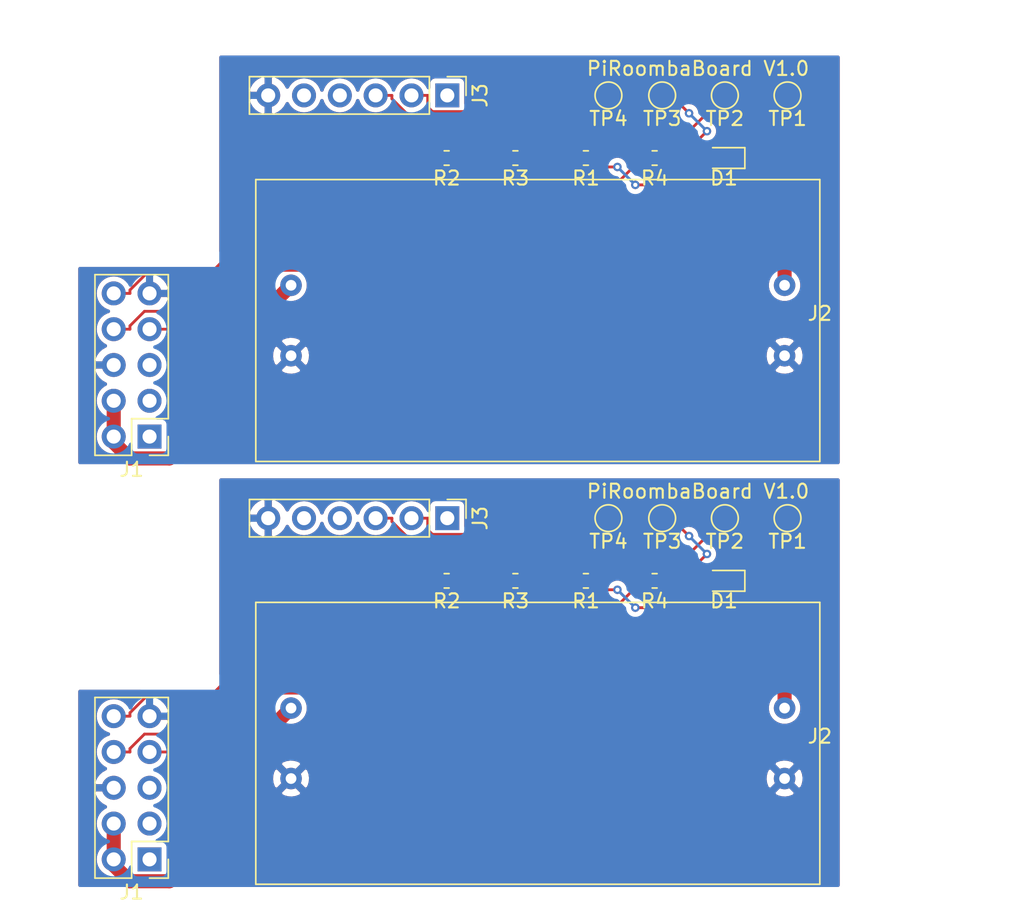
<source format=kicad_pcb>
(kicad_pcb (version 20171130) (host pcbnew "(5.1.4-0)")

  (general
    (thickness 1.6)
    (drawings 8)
    (tracks 116)
    (zones 0)
    (modules 24)
    (nets 16)
  )

  (page A4)
  (title_block
    (title PiRoombaBoard)
    (rev 1)
  )

  (layers
    (0 F.Cu signal)
    (31 B.Cu signal)
    (32 B.Adhes user)
    (33 F.Adhes user)
    (34 B.Paste user)
    (35 F.Paste user)
    (36 B.SilkS user)
    (37 F.SilkS user)
    (38 B.Mask user)
    (39 F.Mask user)
    (40 Dwgs.User user)
    (41 Cmts.User user)
    (42 Eco1.User user)
    (43 Eco2.User user)
    (44 Edge.Cuts user)
    (45 Margin user)
    (46 B.CrtYd user)
    (47 F.CrtYd user)
    (48 B.Fab user)
    (49 F.Fab user)
  )

  (setup
    (last_trace_width 0.2)
    (user_trace_width 0.2)
    (user_trace_width 0.4)
    (user_trace_width 0.6)
    (user_trace_width 0.8)
    (user_trace_width 1)
    (user_trace_width 1.2)
    (user_trace_width 1.6)
    (user_trace_width 2)
    (trace_clearance 0.2)
    (zone_clearance 0.35)
    (zone_45_only no)
    (trace_min 0.1524)
    (via_size 0.6)
    (via_drill 0.3)
    (via_min_size 0.5)
    (via_min_drill 0.2)
    (user_via 0.9 0.5)
    (user_via 1.2 0.8)
    (user_via 1.4 0.9)
    (user_via 1.5 1)
    (uvia_size 0.3)
    (uvia_drill 0.1)
    (uvias_allowed no)
    (uvia_min_size 0.2)
    (uvia_min_drill 0.1)
    (edge_width 0.05)
    (segment_width 0.2)
    (pcb_text_width 0.3)
    (pcb_text_size 1.5 1.5)
    (mod_edge_width 0.12)
    (mod_text_size 1 1)
    (mod_text_width 0.15)
    (pad_size 1.524 1.524)
    (pad_drill 0.762)
    (pad_to_mask_clearance 0.051)
    (solder_mask_min_width 0.25)
    (aux_axis_origin 76.6 134.8)
    (grid_origin 136.6 94.8)
    (visible_elements FFFDF77F)
    (pcbplotparams
      (layerselection 0x010fc_ffffffff)
      (usegerberextensions false)
      (usegerberattributes false)
      (usegerberadvancedattributes false)
      (creategerberjobfile false)
      (excludeedgelayer true)
      (linewidth 0.100000)
      (plotframeref false)
      (viasonmask false)
      (mode 1)
      (useauxorigin false)
      (hpglpennumber 1)
      (hpglpenspeed 20)
      (hpglpendiameter 15.000000)
      (psnegative false)
      (psa4output false)
      (plotreference true)
      (plotvalue true)
      (plotinvisibletext false)
      (padsonsilk false)
      (subtractmaskfromsilk false)
      (outputformat 1)
      (mirror false)
      (drillshape 1)
      (scaleselection 1)
      (outputdirectory ""))
  )

  (net 0 "")
  (net 1 "Net-(D1-Pad1)")
  (net 2 "Net-(D1-Pad2)")
  (net 3 GND)
  (net 4 "Net-(J2-Pad2)")
  (net 5 "Net-(J3-Pad1)")
  (net 6 "Net-(J3-Pad2)")
  (net 7 "Net-(J3-Pad3)")
  (net 8 "Net-(J3-Pad4)")
  (net 9 "Net-(J3-Pad5)")
  (net 10 +5V)
  (net 11 "Net-(J1-Pad1)")
  (net 12 "Net-(J1-Pad3)")
  (net 13 "Net-(J1-Pad5)")
  (net 14 "Net-(J1-Pad8)")
  (net 15 "Net-(J1-Pad10)")

  (net_class Default "これはデフォルトのネット クラスです。"
    (clearance 0.2)
    (trace_width 0.2)
    (via_dia 0.6)
    (via_drill 0.3)
    (uvia_dia 0.3)
    (uvia_drill 0.1)
    (add_net +5V)
    (add_net GND)
    (add_net "Net-(D1-Pad1)")
    (add_net "Net-(D1-Pad2)")
    (add_net "Net-(J1-Pad1)")
    (add_net "Net-(J1-Pad10)")
    (add_net "Net-(J1-Pad3)")
    (add_net "Net-(J1-Pad5)")
    (add_net "Net-(J1-Pad8)")
    (add_net "Net-(J2-Pad2)")
    (add_net "Net-(J3-Pad1)")
    (add_net "Net-(J3-Pad2)")
    (add_net "Net-(J3-Pad3)")
    (add_net "Net-(J3-Pad4)")
    (add_net "Net-(J3-Pad5)")
  )

  (module Connector_Pin:Pololu_D24V90F5 (layer F.Cu) (tedit 5D83AD10) (tstamp 5D8CD852)
    (at 129.69 94.105 180)
    (path /5D8328B2)
    (fp_text reference J2 (at 0 0.5) (layer F.SilkS)
      (effects (font (size 1 1) (thickness 0.15)))
    )
    (fp_text value Conn_01x04_Male (at 0 -0.5) (layer F.Fab)
      (effects (font (size 1 1) (thickness 0.15)))
    )
    (fp_line (start 40 -10) (end 0 -10) (layer F.SilkS) (width 0.12))
    (fp_line (start 40 10) (end 40 -10) (layer F.SilkS) (width 0.12))
    (fp_line (start 0 10) (end 40 10) (layer F.SilkS) (width 0.12))
    (fp_line (start 0 -10) (end 0 10) (layer F.SilkS) (width 0.12))
    (pad 4 thru_hole circle (at 37.5 2.5 180) (size 1.524 1.524) (drill 0.762) (layers *.Cu *.Mask)
      (net 10 +5V))
    (pad 3 thru_hole circle (at 37.5 -2.5 180) (size 1.524 1.524) (drill 0.762) (layers *.Cu *.Mask)
      (net 3 GND))
    (pad 2 thru_hole circle (at 2.5 2.5 180) (size 1.524 1.524) (drill 0.762) (layers *.Cu *.Mask)
      (net 4 "Net-(J2-Pad2)"))
    (pad 1 thru_hole circle (at 2.5 -2.5 180) (size 1.524 1.524) (drill 0.762) (layers *.Cu *.Mask)
      (net 3 GND))
  )

  (module TestPoint:TestPoint_Pad_D1.5mm (layer F.Cu) (tedit 5A0F774F) (tstamp 5D8CD836)
    (at 114.7 78.13 180)
    (descr "SMD pad as test Point, diameter 1.5mm")
    (tags "test point SMD pad")
    (path /5D8300D7)
    (attr virtual)
    (fp_text reference TP4 (at 0 -1.648) (layer F.SilkS)
      (effects (font (size 1 1) (thickness 0.15)))
    )
    (fp_text value GND (at 0 1.75) (layer F.Fab)
      (effects (font (size 1 1) (thickness 0.15)))
    )
    (fp_circle (center 0 0) (end 0 0.95) (layer F.SilkS) (width 0.12))
    (fp_circle (center 0 0) (end 1.25 0) (layer F.CrtYd) (width 0.05))
    (fp_text user %R (at 0 -1.65) (layer F.Fab)
      (effects (font (size 1 1) (thickness 0.15)))
    )
    (pad 1 smd circle (at 0 0 180) (size 1.5 1.5) (layers F.Cu F.Mask)
      (net 3 GND))
  )

  (module TestPoint:TestPoint_Pad_D1.5mm (layer F.Cu) (tedit 5A0F774F) (tstamp 5D8CD821)
    (at 118.51 78.13 180)
    (descr "SMD pad as test Point, diameter 1.5mm")
    (tags "test point SMD pad")
    (path /5D82FB6B)
    (attr virtual)
    (fp_text reference TP3 (at 0 -1.648) (layer F.SilkS)
      (effects (font (size 1 1) (thickness 0.15)))
    )
    (fp_text value RX (at 0 1.75) (layer F.Fab)
      (effects (font (size 1 1) (thickness 0.15)))
    )
    (fp_text user %R (at 0 -1.65) (layer F.Fab)
      (effects (font (size 1 1) (thickness 0.15)))
    )
    (fp_circle (center 0 0) (end 1.25 0) (layer F.CrtYd) (width 0.05))
    (fp_circle (center 0 0) (end 0 0.95) (layer F.SilkS) (width 0.12))
    (pad 1 smd circle (at 0 0 180) (size 1.5 1.5) (layers F.Cu F.Mask)
      (net 6 "Net-(J3-Pad2)"))
  )

  (module TestPoint:TestPoint_Pad_D1.5mm (layer F.Cu) (tedit 5A0F774F) (tstamp 5D8CD80C)
    (at 122.955 78.13 180)
    (descr "SMD pad as test Point, diameter 1.5mm")
    (tags "test point SMD pad")
    (path /5D82EAC3)
    (attr virtual)
    (fp_text reference TP2 (at 0 -1.648) (layer F.SilkS)
      (effects (font (size 1 1) (thickness 0.15)))
    )
    (fp_text value TX (at 0 1.75) (layer F.Fab)
      (effects (font (size 1 1) (thickness 0.15)))
    )
    (fp_circle (center 0 0) (end 0 0.95) (layer F.SilkS) (width 0.12))
    (fp_circle (center 0 0) (end 1.25 0) (layer F.CrtYd) (width 0.05))
    (fp_text user %R (at 0 -1.65) (layer F.Fab)
      (effects (font (size 1 1) (thickness 0.15)))
    )
    (pad 1 smd circle (at 0 0 180) (size 1.5 1.5) (layers F.Cu F.Mask)
      (net 7 "Net-(J3-Pad3)"))
  )

  (module TestPoint:TestPoint_Pad_D1.5mm (layer F.Cu) (tedit 5A0F774F) (tstamp 5D8CD7F7)
    (at 127.4 78.13 180)
    (descr "SMD pad as test Point, diameter 1.5mm")
    (tags "test point SMD pad")
    (path /5D830B06)
    (attr virtual)
    (fp_text reference TP1 (at 0 -1.648) (layer F.SilkS)
      (effects (font (size 1 1) (thickness 0.15)))
    )
    (fp_text value PWR (at 0 1.75) (layer F.Fab)
      (effects (font (size 1 1) (thickness 0.15)))
    )
    (fp_text user %R (at 0 -1.65) (layer F.Fab)
      (effects (font (size 1 1) (thickness 0.15)))
    )
    (fp_circle (center 0 0) (end 1.25 0) (layer F.CrtYd) (width 0.05))
    (fp_circle (center 0 0) (end 0 0.95) (layer F.SilkS) (width 0.12))
    (pad 1 smd circle (at 0 0 180) (size 1.5 1.5) (layers F.Cu F.Mask)
      (net 4 "Net-(J2-Pad2)"))
  )

  (module Resistor_SMD:R_0603_1608Metric_Pad1.05x0.95mm_HandSolder (layer F.Cu) (tedit 5B301BBD) (tstamp 5D8CD7D0)
    (at 117.975 82.575 180)
    (descr "Resistor SMD 0603 (1608 Metric), square (rectangular) end terminal, IPC_7351 nominal with elongated pad for handsoldering. (Body size source: http://www.tortai-tech.com/upload/download/2011102023233369053.pdf), generated with kicad-footprint-generator")
    (tags "resistor handsolder")
    (path /5D826886)
    (attr smd)
    (fp_text reference R4 (at 0 -1.43) (layer F.SilkS)
      (effects (font (size 1 1) (thickness 0.15)))
    )
    (fp_text value 10k (at 0 1.43) (layer F.Fab)
      (effects (font (size 1 1) (thickness 0.15)))
    )
    (fp_text user %R (at 0 0) (layer F.Fab)
      (effects (font (size 0.4 0.4) (thickness 0.06)))
    )
    (fp_line (start 1.65 0.73) (end -1.65 0.73) (layer F.CrtYd) (width 0.05))
    (fp_line (start 1.65 -0.73) (end 1.65 0.73) (layer F.CrtYd) (width 0.05))
    (fp_line (start -1.65 -0.73) (end 1.65 -0.73) (layer F.CrtYd) (width 0.05))
    (fp_line (start -1.65 0.73) (end -1.65 -0.73) (layer F.CrtYd) (width 0.05))
    (fp_line (start -0.171267 0.51) (end 0.171267 0.51) (layer F.SilkS) (width 0.12))
    (fp_line (start -0.171267 -0.51) (end 0.171267 -0.51) (layer F.SilkS) (width 0.12))
    (fp_line (start 0.8 0.4) (end -0.8 0.4) (layer F.Fab) (width 0.1))
    (fp_line (start 0.8 -0.4) (end 0.8 0.4) (layer F.Fab) (width 0.1))
    (fp_line (start -0.8 -0.4) (end 0.8 -0.4) (layer F.Fab) (width 0.1))
    (fp_line (start -0.8 0.4) (end -0.8 -0.4) (layer F.Fab) (width 0.1))
    (pad 2 smd roundrect (at 0.875 0 180) (size 1.05 0.95) (layers F.Cu F.Paste F.Mask) (roundrect_rratio 0.25)
      (net 14 "Net-(J1-Pad8)"))
    (pad 1 smd roundrect (at -0.875 0 180) (size 1.05 0.95) (layers F.Cu F.Paste F.Mask) (roundrect_rratio 0.25)
      (net 6 "Net-(J3-Pad2)"))
    (model ${KISYS3DMOD}/Resistor_SMD.3dshapes/R_0603_1608Metric.wrl
      (at (xyz 0 0 0))
      (scale (xyz 1 1 1))
      (rotate (xyz 0 0 0))
    )
  )

  (module Resistor_SMD:R_0603_1608Metric_Pad1.05x0.95mm_HandSolder (layer F.Cu) (tedit 5B301BBD) (tstamp 5D8CD791)
    (at 113.1 82.575 180)
    (descr "Resistor SMD 0603 (1608 Metric), square (rectangular) end terminal, IPC_7351 nominal with elongated pad for handsoldering. (Body size source: http://www.tortai-tech.com/upload/download/2011102023233369053.pdf), generated with kicad-footprint-generator")
    (tags "resistor handsolder")
    (path /5D86DD10)
    (attr smd)
    (fp_text reference R1 (at 0 -1.43) (layer F.SilkS)
      (effects (font (size 1 1) (thickness 0.15)))
    )
    (fp_text value 220 (at 0 1.43) (layer F.Fab)
      (effects (font (size 1 1) (thickness 0.15)))
    )
    (fp_line (start -0.8 0.4) (end -0.8 -0.4) (layer F.Fab) (width 0.1))
    (fp_line (start -0.8 -0.4) (end 0.8 -0.4) (layer F.Fab) (width 0.1))
    (fp_line (start 0.8 -0.4) (end 0.8 0.4) (layer F.Fab) (width 0.1))
    (fp_line (start 0.8 0.4) (end -0.8 0.4) (layer F.Fab) (width 0.1))
    (fp_line (start -0.171267 -0.51) (end 0.171267 -0.51) (layer F.SilkS) (width 0.12))
    (fp_line (start -0.171267 0.51) (end 0.171267 0.51) (layer F.SilkS) (width 0.12))
    (fp_line (start -1.65 0.73) (end -1.65 -0.73) (layer F.CrtYd) (width 0.05))
    (fp_line (start -1.65 -0.73) (end 1.65 -0.73) (layer F.CrtYd) (width 0.05))
    (fp_line (start 1.65 -0.73) (end 1.65 0.73) (layer F.CrtYd) (width 0.05))
    (fp_line (start 1.65 0.73) (end -1.65 0.73) (layer F.CrtYd) (width 0.05))
    (fp_text user %R (at 0 0) (layer F.Fab)
      (effects (font (size 0.4 0.4) (thickness 0.06)))
    )
    (pad 1 smd roundrect (at -0.875 0 180) (size 1.05 0.95) (layers F.Cu F.Paste F.Mask) (roundrect_rratio 0.25)
      (net 1 "Net-(D1-Pad1)"))
    (pad 2 smd roundrect (at 0.875 0 180) (size 1.05 0.95) (layers F.Cu F.Paste F.Mask) (roundrect_rratio 0.25)
      (net 3 GND))
    (model ${KISYS3DMOD}/Resistor_SMD.3dshapes/R_0603_1608Metric.wrl
      (at (xyz 0 0 0))
      (scale (xyz 1 1 1))
      (rotate (xyz 0 0 0))
    )
  )

  (module Resistor_SMD:R_0603_1608Metric_Pad1.05x0.95mm_HandSolder (layer F.Cu) (tedit 5B301BBD) (tstamp 5D8CD75E)
    (at 103.225 82.575 180)
    (descr "Resistor SMD 0603 (1608 Metric), square (rectangular) end terminal, IPC_7351 nominal with elongated pad for handsoldering. (Body size source: http://www.tortai-tech.com/upload/download/2011102023233369053.pdf), generated with kicad-footprint-generator")
    (tags "resistor handsolder")
    (path /5D820D1D)
    (attr smd)
    (fp_text reference R2 (at 0 -1.43) (layer F.SilkS)
      (effects (font (size 1 1) (thickness 0.15)))
    )
    (fp_text value 10k (at 0 1.43) (layer F.Fab)
      (effects (font (size 1 1) (thickness 0.15)))
    )
    (fp_line (start -0.8 0.4) (end -0.8 -0.4) (layer F.Fab) (width 0.1))
    (fp_line (start -0.8 -0.4) (end 0.8 -0.4) (layer F.Fab) (width 0.1))
    (fp_line (start 0.8 -0.4) (end 0.8 0.4) (layer F.Fab) (width 0.1))
    (fp_line (start 0.8 0.4) (end -0.8 0.4) (layer F.Fab) (width 0.1))
    (fp_line (start -0.171267 -0.51) (end 0.171267 -0.51) (layer F.SilkS) (width 0.12))
    (fp_line (start -0.171267 0.51) (end 0.171267 0.51) (layer F.SilkS) (width 0.12))
    (fp_line (start -1.65 0.73) (end -1.65 -0.73) (layer F.CrtYd) (width 0.05))
    (fp_line (start -1.65 -0.73) (end 1.65 -0.73) (layer F.CrtYd) (width 0.05))
    (fp_line (start 1.65 -0.73) (end 1.65 0.73) (layer F.CrtYd) (width 0.05))
    (fp_line (start 1.65 0.73) (end -1.65 0.73) (layer F.CrtYd) (width 0.05))
    (fp_text user %R (at 0 0) (layer F.Fab)
      (effects (font (size 0.4 0.4) (thickness 0.06)))
    )
    (pad 1 smd roundrect (at -0.875 0 180) (size 1.05 0.95) (layers F.Cu F.Paste F.Mask) (roundrect_rratio 0.25)
      (net 15 "Net-(J1-Pad10)"))
    (pad 2 smd roundrect (at 0.875 0 180) (size 1.05 0.95) (layers F.Cu F.Paste F.Mask) (roundrect_rratio 0.25)
      (net 3 GND))
    (model ${KISYS3DMOD}/Resistor_SMD.3dshapes/R_0603_1608Metric.wrl
      (at (xyz 0 0 0))
      (scale (xyz 1 1 1))
      (rotate (xyz 0 0 0))
    )
  )

  (module Resistor_SMD:R_0603_1608Metric_Pad1.05x0.95mm_HandSolder (layer F.Cu) (tedit 5B301BBD) (tstamp 5D8CD72E)
    (at 108.1 82.575 180)
    (descr "Resistor SMD 0603 (1608 Metric), square (rectangular) end terminal, IPC_7351 nominal with elongated pad for handsoldering. (Body size source: http://www.tortai-tech.com/upload/download/2011102023233369053.pdf), generated with kicad-footprint-generator")
    (tags "resistor handsolder")
    (path /5D81FCEB)
    (attr smd)
    (fp_text reference R3 (at 0 -1.43) (layer F.SilkS)
      (effects (font (size 1 1) (thickness 0.15)))
    )
    (fp_text value 10k (at 0 1.43) (layer F.Fab)
      (effects (font (size 1 1) (thickness 0.15)))
    )
    (fp_text user %R (at 0 0) (layer F.Fab)
      (effects (font (size 0.4 0.4) (thickness 0.06)))
    )
    (fp_line (start 1.65 0.73) (end -1.65 0.73) (layer F.CrtYd) (width 0.05))
    (fp_line (start 1.65 -0.73) (end 1.65 0.73) (layer F.CrtYd) (width 0.05))
    (fp_line (start -1.65 -0.73) (end 1.65 -0.73) (layer F.CrtYd) (width 0.05))
    (fp_line (start -1.65 0.73) (end -1.65 -0.73) (layer F.CrtYd) (width 0.05))
    (fp_line (start -0.171267 0.51) (end 0.171267 0.51) (layer F.SilkS) (width 0.12))
    (fp_line (start -0.171267 -0.51) (end 0.171267 -0.51) (layer F.SilkS) (width 0.12))
    (fp_line (start 0.8 0.4) (end -0.8 0.4) (layer F.Fab) (width 0.1))
    (fp_line (start 0.8 -0.4) (end 0.8 0.4) (layer F.Fab) (width 0.1))
    (fp_line (start -0.8 -0.4) (end 0.8 -0.4) (layer F.Fab) (width 0.1))
    (fp_line (start -0.8 0.4) (end -0.8 -0.4) (layer F.Fab) (width 0.1))
    (pad 2 smd roundrect (at 0.875 0 180) (size 1.05 0.95) (layers F.Cu F.Paste F.Mask) (roundrect_rratio 0.25)
      (net 15 "Net-(J1-Pad10)"))
    (pad 1 smd roundrect (at -0.875 0 180) (size 1.05 0.95) (layers F.Cu F.Paste F.Mask) (roundrect_rratio 0.25)
      (net 7 "Net-(J3-Pad3)"))
    (model ${KISYS3DMOD}/Resistor_SMD.3dshapes/R_0603_1608Metric.wrl
      (at (xyz 0 0 0))
      (scale (xyz 1 1 1))
      (rotate (xyz 0 0 0))
    )
  )

  (module Connector_PinHeader_2.54mm:PinHeader_2x05_P2.54mm_Vertical (layer F.Cu) (tedit 59FED5CC) (tstamp 5D8CD6E0)
    (at 82.155 102.34 180)
    (descr "Through hole straight pin header, 2x05, 2.54mm pitch, double rows")
    (tags "Through hole pin header THT 2x05 2.54mm double row")
    (path /5D885C18)
    (fp_text reference J1 (at 1.27 -2.33) (layer F.SilkS)
      (effects (font (size 1 1) (thickness 0.15)))
    )
    (fp_text value Conn_02x05_Odd_Even (at 1.27 12.49) (layer F.Fab)
      (effects (font (size 1 1) (thickness 0.15)))
    )
    (fp_text user %R (at 1.27 5.08 90) (layer F.Fab)
      (effects (font (size 1 1) (thickness 0.15)))
    )
    (fp_line (start 4.35 -1.8) (end -1.8 -1.8) (layer F.CrtYd) (width 0.05))
    (fp_line (start 4.35 11.95) (end 4.35 -1.8) (layer F.CrtYd) (width 0.05))
    (fp_line (start -1.8 11.95) (end 4.35 11.95) (layer F.CrtYd) (width 0.05))
    (fp_line (start -1.8 -1.8) (end -1.8 11.95) (layer F.CrtYd) (width 0.05))
    (fp_line (start -1.33 -1.33) (end 0 -1.33) (layer F.SilkS) (width 0.12))
    (fp_line (start -1.33 0) (end -1.33 -1.33) (layer F.SilkS) (width 0.12))
    (fp_line (start 1.27 -1.33) (end 3.87 -1.33) (layer F.SilkS) (width 0.12))
    (fp_line (start 1.27 1.27) (end 1.27 -1.33) (layer F.SilkS) (width 0.12))
    (fp_line (start -1.33 1.27) (end 1.27 1.27) (layer F.SilkS) (width 0.12))
    (fp_line (start 3.87 -1.33) (end 3.87 11.49) (layer F.SilkS) (width 0.12))
    (fp_line (start -1.33 1.27) (end -1.33 11.49) (layer F.SilkS) (width 0.12))
    (fp_line (start -1.33 11.49) (end 3.87 11.49) (layer F.SilkS) (width 0.12))
    (fp_line (start -1.27 0) (end 0 -1.27) (layer F.Fab) (width 0.1))
    (fp_line (start -1.27 11.43) (end -1.27 0) (layer F.Fab) (width 0.1))
    (fp_line (start 3.81 11.43) (end -1.27 11.43) (layer F.Fab) (width 0.1))
    (fp_line (start 3.81 -1.27) (end 3.81 11.43) (layer F.Fab) (width 0.1))
    (fp_line (start 0 -1.27) (end 3.81 -1.27) (layer F.Fab) (width 0.1))
    (pad 10 thru_hole oval (at 2.54 10.16 180) (size 1.7 1.7) (drill 1) (layers *.Cu *.Mask)
      (net 15 "Net-(J1-Pad10)"))
    (pad 9 thru_hole oval (at 0 10.16 180) (size 1.7 1.7) (drill 1) (layers *.Cu *.Mask)
      (net 3 GND))
    (pad 8 thru_hole oval (at 2.54 7.62 180) (size 1.7 1.7) (drill 1) (layers *.Cu *.Mask)
      (net 14 "Net-(J1-Pad8)"))
    (pad 7 thru_hole oval (at 0 7.62 180) (size 1.7 1.7) (drill 1) (layers *.Cu *.Mask)
      (net 2 "Net-(D1-Pad2)"))
    (pad 6 thru_hole oval (at 2.54 5.08 180) (size 1.7 1.7) (drill 1) (layers *.Cu *.Mask)
      (net 3 GND))
    (pad 5 thru_hole oval (at 0 5.08 180) (size 1.7 1.7) (drill 1) (layers *.Cu *.Mask)
      (net 13 "Net-(J1-Pad5)"))
    (pad 4 thru_hole oval (at 2.54 2.54 180) (size 1.7 1.7) (drill 1) (layers *.Cu *.Mask)
      (net 10 +5V))
    (pad 3 thru_hole oval (at 0 2.54 180) (size 1.7 1.7) (drill 1) (layers *.Cu *.Mask)
      (net 12 "Net-(J1-Pad3)"))
    (pad 2 thru_hole oval (at 2.54 0 180) (size 1.7 1.7) (drill 1) (layers *.Cu *.Mask)
      (net 10 +5V))
    (pad 1 thru_hole rect (at 0 0 180) (size 1.7 1.7) (drill 1) (layers *.Cu *.Mask)
      (net 11 "Net-(J1-Pad1)"))
    (model ${KISYS3DMOD}/Connector_PinHeader_2.54mm.3dshapes/PinHeader_2x05_P2.54mm_Vertical.wrl
      (at (xyz 0 0 0))
      (scale (xyz 1 1 1))
      (rotate (xyz 0 0 0))
    )
  )

  (module LED_SMD:LED_0603_1608Metric (layer F.Cu) (tedit 5B301BBE) (tstamp 5D8CD69D)
    (at 122.8875 82.575 180)
    (descr "LED SMD 0603 (1608 Metric), square (rectangular) end terminal, IPC_7351 nominal, (Body size source: http://www.tortai-tech.com/upload/download/2011102023233369053.pdf), generated with kicad-footprint-generator")
    (tags diode)
    (path /5D86E3A6)
    (attr smd)
    (fp_text reference D1 (at 0 -1.43) (layer F.SilkS)
      (effects (font (size 1 1) (thickness 0.15)))
    )
    (fp_text value OSHR1608C1A (at 0 1.43) (layer F.Fab)
      (effects (font (size 1 1) (thickness 0.15)))
    )
    (fp_text user %R (at 0 0) (layer F.Fab)
      (effects (font (size 0.4 0.4) (thickness 0.06)))
    )
    (fp_line (start 1.48 0.73) (end -1.48 0.73) (layer F.CrtYd) (width 0.05))
    (fp_line (start 1.48 -0.73) (end 1.48 0.73) (layer F.CrtYd) (width 0.05))
    (fp_line (start -1.48 -0.73) (end 1.48 -0.73) (layer F.CrtYd) (width 0.05))
    (fp_line (start -1.48 0.73) (end -1.48 -0.73) (layer F.CrtYd) (width 0.05))
    (fp_line (start -1.485 0.735) (end 0.8 0.735) (layer F.SilkS) (width 0.12))
    (fp_line (start -1.485 -0.735) (end -1.485 0.735) (layer F.SilkS) (width 0.12))
    (fp_line (start 0.8 -0.735) (end -1.485 -0.735) (layer F.SilkS) (width 0.12))
    (fp_line (start 0.8 0.4) (end 0.8 -0.4) (layer F.Fab) (width 0.1))
    (fp_line (start -0.8 0.4) (end 0.8 0.4) (layer F.Fab) (width 0.1))
    (fp_line (start -0.8 -0.1) (end -0.8 0.4) (layer F.Fab) (width 0.1))
    (fp_line (start -0.5 -0.4) (end -0.8 -0.1) (layer F.Fab) (width 0.1))
    (fp_line (start 0.8 -0.4) (end -0.5 -0.4) (layer F.Fab) (width 0.1))
    (pad 2 smd roundrect (at 0.7875 0 180) (size 0.875 0.95) (layers F.Cu F.Paste F.Mask) (roundrect_rratio 0.25)
      (net 2 "Net-(D1-Pad2)"))
    (pad 1 smd roundrect (at -0.7875 0 180) (size 0.875 0.95) (layers F.Cu F.Paste F.Mask) (roundrect_rratio 0.25)
      (net 1 "Net-(D1-Pad1)"))
    (model ${KISYS3DMOD}/LED_SMD.3dshapes/LED_0603_1608Metric.wrl
      (at (xyz 0 0 0))
      (scale (xyz 1 1 1))
      (rotate (xyz 0 0 0))
    )
  )

  (module Connector_PinHeader_2.54mm:PinHeader_1x06_P2.54mm_Vertical (layer F.Cu) (tedit 59FED5CC) (tstamp 5D8CD659)
    (at 103.27 78.13 270)
    (descr "Through hole straight pin header, 1x06, 2.54mm pitch, single row")
    (tags "Through hole pin header THT 1x06 2.54mm single row")
    (path /5D829D90)
    (fp_text reference J3 (at 0 -2.33 90) (layer F.SilkS)
      (effects (font (size 1 1) (thickness 0.15)))
    )
    (fp_text value Conn_01x06_Male (at 0 15.03 90) (layer F.Fab)
      (effects (font (size 1 1) (thickness 0.15)))
    )
    (fp_text user %R (at 0 6.35) (layer F.Fab)
      (effects (font (size 1 1) (thickness 0.15)))
    )
    (fp_line (start 1.8 -1.8) (end -1.8 -1.8) (layer F.CrtYd) (width 0.05))
    (fp_line (start 1.8 14.5) (end 1.8 -1.8) (layer F.CrtYd) (width 0.05))
    (fp_line (start -1.8 14.5) (end 1.8 14.5) (layer F.CrtYd) (width 0.05))
    (fp_line (start -1.8 -1.8) (end -1.8 14.5) (layer F.CrtYd) (width 0.05))
    (fp_line (start -1.33 -1.33) (end 0 -1.33) (layer F.SilkS) (width 0.12))
    (fp_line (start -1.33 0) (end -1.33 -1.33) (layer F.SilkS) (width 0.12))
    (fp_line (start -1.33 1.27) (end 1.33 1.27) (layer F.SilkS) (width 0.12))
    (fp_line (start 1.33 1.27) (end 1.33 14.03) (layer F.SilkS) (width 0.12))
    (fp_line (start -1.33 1.27) (end -1.33 14.03) (layer F.SilkS) (width 0.12))
    (fp_line (start -1.33 14.03) (end 1.33 14.03) (layer F.SilkS) (width 0.12))
    (fp_line (start -1.27 -0.635) (end -0.635 -1.27) (layer F.Fab) (width 0.1))
    (fp_line (start -1.27 13.97) (end -1.27 -0.635) (layer F.Fab) (width 0.1))
    (fp_line (start 1.27 13.97) (end -1.27 13.97) (layer F.Fab) (width 0.1))
    (fp_line (start 1.27 -1.27) (end 1.27 13.97) (layer F.Fab) (width 0.1))
    (fp_line (start -0.635 -1.27) (end 1.27 -1.27) (layer F.Fab) (width 0.1))
    (pad 6 thru_hole oval (at 0 12.7 270) (size 1.7 1.7) (drill 1) (layers *.Cu *.Mask)
      (net 3 GND))
    (pad 5 thru_hole oval (at 0 10.16 270) (size 1.7 1.7) (drill 1) (layers *.Cu *.Mask)
      (net 9 "Net-(J3-Pad5)"))
    (pad 4 thru_hole oval (at 0 7.62 270) (size 1.7 1.7) (drill 1) (layers *.Cu *.Mask)
      (net 8 "Net-(J3-Pad4)"))
    (pad 3 thru_hole oval (at 0 5.08 270) (size 1.7 1.7) (drill 1) (layers *.Cu *.Mask)
      (net 7 "Net-(J3-Pad3)"))
    (pad 2 thru_hole oval (at 0 2.54 270) (size 1.7 1.7) (drill 1) (layers *.Cu *.Mask)
      (net 6 "Net-(J3-Pad2)"))
    (pad 1 thru_hole rect (at 0 0 270) (size 1.7 1.7) (drill 1) (layers *.Cu *.Mask)
      (net 5 "Net-(J3-Pad1)"))
    (model ${KISYS3DMOD}/Connector_PinHeader_2.54mm.3dshapes/PinHeader_1x06_P2.54mm_Vertical.wrl
      (at (xyz 0 0 0))
      (scale (xyz 1 1 1))
      (rotate (xyz 0 0 0))
    )
  )

  (module LED_SMD:LED_0603_1608Metric (layer F.Cu) (tedit 5B301BBE) (tstamp 5D895CFF)
    (at 122.8875 112.575 180)
    (descr "LED SMD 0603 (1608 Metric), square (rectangular) end terminal, IPC_7351 nominal, (Body size source: http://www.tortai-tech.com/upload/download/2011102023233369053.pdf), generated with kicad-footprint-generator")
    (tags diode)
    (path /5D86E3A6)
    (attr smd)
    (fp_text reference D1 (at 0 -1.43) (layer F.SilkS)
      (effects (font (size 1 1) (thickness 0.15)))
    )
    (fp_text value OSHR1608C1A (at 0 1.43) (layer F.Fab)
      (effects (font (size 1 1) (thickness 0.15)))
    )
    (fp_line (start 0.8 -0.4) (end -0.5 -0.4) (layer F.Fab) (width 0.1))
    (fp_line (start -0.5 -0.4) (end -0.8 -0.1) (layer F.Fab) (width 0.1))
    (fp_line (start -0.8 -0.1) (end -0.8 0.4) (layer F.Fab) (width 0.1))
    (fp_line (start -0.8 0.4) (end 0.8 0.4) (layer F.Fab) (width 0.1))
    (fp_line (start 0.8 0.4) (end 0.8 -0.4) (layer F.Fab) (width 0.1))
    (fp_line (start 0.8 -0.735) (end -1.485 -0.735) (layer F.SilkS) (width 0.12))
    (fp_line (start -1.485 -0.735) (end -1.485 0.735) (layer F.SilkS) (width 0.12))
    (fp_line (start -1.485 0.735) (end 0.8 0.735) (layer F.SilkS) (width 0.12))
    (fp_line (start -1.48 0.73) (end -1.48 -0.73) (layer F.CrtYd) (width 0.05))
    (fp_line (start -1.48 -0.73) (end 1.48 -0.73) (layer F.CrtYd) (width 0.05))
    (fp_line (start 1.48 -0.73) (end 1.48 0.73) (layer F.CrtYd) (width 0.05))
    (fp_line (start 1.48 0.73) (end -1.48 0.73) (layer F.CrtYd) (width 0.05))
    (fp_text user %R (at 0 0) (layer F.Fab)
      (effects (font (size 0.4 0.4) (thickness 0.06)))
    )
    (pad 1 smd roundrect (at -0.7875 0 180) (size 0.875 0.95) (layers F.Cu F.Paste F.Mask) (roundrect_rratio 0.25)
      (net 1 "Net-(D1-Pad1)"))
    (pad 2 smd roundrect (at 0.7875 0 180) (size 0.875 0.95) (layers F.Cu F.Paste F.Mask) (roundrect_rratio 0.25)
      (net 2 "Net-(D1-Pad2)"))
    (model ${KISYS3DMOD}/LED_SMD.3dshapes/LED_0603_1608Metric.wrl
      (at (xyz 0 0 0))
      (scale (xyz 1 1 1))
      (rotate (xyz 0 0 0))
    )
  )

  (module Connector_PinHeader_2.54mm:PinHeader_2x05_P2.54mm_Vertical (layer F.Cu) (tedit 59FED5CC) (tstamp 5D895D1F)
    (at 82.155 132.34 180)
    (descr "Through hole straight pin header, 2x05, 2.54mm pitch, double rows")
    (tags "Through hole pin header THT 2x05 2.54mm double row")
    (path /5D885C18)
    (fp_text reference J1 (at 1.27 -2.33) (layer F.SilkS)
      (effects (font (size 1 1) (thickness 0.15)))
    )
    (fp_text value Conn_02x05_Odd_Even (at 1.27 12.49) (layer F.Fab)
      (effects (font (size 1 1) (thickness 0.15)))
    )
    (fp_line (start 0 -1.27) (end 3.81 -1.27) (layer F.Fab) (width 0.1))
    (fp_line (start 3.81 -1.27) (end 3.81 11.43) (layer F.Fab) (width 0.1))
    (fp_line (start 3.81 11.43) (end -1.27 11.43) (layer F.Fab) (width 0.1))
    (fp_line (start -1.27 11.43) (end -1.27 0) (layer F.Fab) (width 0.1))
    (fp_line (start -1.27 0) (end 0 -1.27) (layer F.Fab) (width 0.1))
    (fp_line (start -1.33 11.49) (end 3.87 11.49) (layer F.SilkS) (width 0.12))
    (fp_line (start -1.33 1.27) (end -1.33 11.49) (layer F.SilkS) (width 0.12))
    (fp_line (start 3.87 -1.33) (end 3.87 11.49) (layer F.SilkS) (width 0.12))
    (fp_line (start -1.33 1.27) (end 1.27 1.27) (layer F.SilkS) (width 0.12))
    (fp_line (start 1.27 1.27) (end 1.27 -1.33) (layer F.SilkS) (width 0.12))
    (fp_line (start 1.27 -1.33) (end 3.87 -1.33) (layer F.SilkS) (width 0.12))
    (fp_line (start -1.33 0) (end -1.33 -1.33) (layer F.SilkS) (width 0.12))
    (fp_line (start -1.33 -1.33) (end 0 -1.33) (layer F.SilkS) (width 0.12))
    (fp_line (start -1.8 -1.8) (end -1.8 11.95) (layer F.CrtYd) (width 0.05))
    (fp_line (start -1.8 11.95) (end 4.35 11.95) (layer F.CrtYd) (width 0.05))
    (fp_line (start 4.35 11.95) (end 4.35 -1.8) (layer F.CrtYd) (width 0.05))
    (fp_line (start 4.35 -1.8) (end -1.8 -1.8) (layer F.CrtYd) (width 0.05))
    (fp_text user %R (at 1.27 5.08 90) (layer F.Fab)
      (effects (font (size 1 1) (thickness 0.15)))
    )
    (pad 1 thru_hole rect (at 0 0 180) (size 1.7 1.7) (drill 1) (layers *.Cu *.Mask)
      (net 11 "Net-(J1-Pad1)"))
    (pad 2 thru_hole oval (at 2.54 0 180) (size 1.7 1.7) (drill 1) (layers *.Cu *.Mask)
      (net 10 +5V))
    (pad 3 thru_hole oval (at 0 2.54 180) (size 1.7 1.7) (drill 1) (layers *.Cu *.Mask)
      (net 12 "Net-(J1-Pad3)"))
    (pad 4 thru_hole oval (at 2.54 2.54 180) (size 1.7 1.7) (drill 1) (layers *.Cu *.Mask)
      (net 10 +5V))
    (pad 5 thru_hole oval (at 0 5.08 180) (size 1.7 1.7) (drill 1) (layers *.Cu *.Mask)
      (net 13 "Net-(J1-Pad5)"))
    (pad 6 thru_hole oval (at 2.54 5.08 180) (size 1.7 1.7) (drill 1) (layers *.Cu *.Mask)
      (net 3 GND))
    (pad 7 thru_hole oval (at 0 7.62 180) (size 1.7 1.7) (drill 1) (layers *.Cu *.Mask)
      (net 2 "Net-(D1-Pad2)"))
    (pad 8 thru_hole oval (at 2.54 7.62 180) (size 1.7 1.7) (drill 1) (layers *.Cu *.Mask)
      (net 14 "Net-(J1-Pad8)"))
    (pad 9 thru_hole oval (at 0 10.16 180) (size 1.7 1.7) (drill 1) (layers *.Cu *.Mask)
      (net 3 GND))
    (pad 10 thru_hole oval (at 2.54 10.16 180) (size 1.7 1.7) (drill 1) (layers *.Cu *.Mask)
      (net 15 "Net-(J1-Pad10)"))
    (model ${KISYS3DMOD}/Connector_PinHeader_2.54mm.3dshapes/PinHeader_2x05_P2.54mm_Vertical.wrl
      (at (xyz 0 0 0))
      (scale (xyz 1 1 1))
      (rotate (xyz 0 0 0))
    )
  )

  (module Connector_Pin:Pololu_D24V90F5 (layer F.Cu) (tedit 5D83AD10) (tstamp 5D895D2B)
    (at 129.69 124.105 180)
    (path /5D8328B2)
    (fp_text reference J2 (at 0 0.5) (layer F.SilkS)
      (effects (font (size 1 1) (thickness 0.15)))
    )
    (fp_text value Conn_01x04_Male (at 0 -0.5) (layer F.Fab)
      (effects (font (size 1 1) (thickness 0.15)))
    )
    (fp_line (start 0 -10) (end 0 10) (layer F.SilkS) (width 0.12))
    (fp_line (start 0 10) (end 40 10) (layer F.SilkS) (width 0.12))
    (fp_line (start 40 10) (end 40 -10) (layer F.SilkS) (width 0.12))
    (fp_line (start 40 -10) (end 0 -10) (layer F.SilkS) (width 0.12))
    (pad 1 thru_hole circle (at 2.5 -2.5 180) (size 1.524 1.524) (drill 0.762) (layers *.Cu *.Mask)
      (net 3 GND))
    (pad 2 thru_hole circle (at 2.5 2.5 180) (size 1.524 1.524) (drill 0.762) (layers *.Cu *.Mask)
      (net 4 "Net-(J2-Pad2)"))
    (pad 3 thru_hole circle (at 37.5 -2.5 180) (size 1.524 1.524) (drill 0.762) (layers *.Cu *.Mask)
      (net 3 GND))
    (pad 4 thru_hole circle (at 37.5 2.5 180) (size 1.524 1.524) (drill 0.762) (layers *.Cu *.Mask)
      (net 10 +5V))
  )

  (module Connector_PinHeader_2.54mm:PinHeader_1x06_P2.54mm_Vertical (layer F.Cu) (tedit 59FED5CC) (tstamp 5D895D45)
    (at 103.27 108.13 270)
    (descr "Through hole straight pin header, 1x06, 2.54mm pitch, single row")
    (tags "Through hole pin header THT 1x06 2.54mm single row")
    (path /5D829D90)
    (fp_text reference J3 (at 0 -2.33 90) (layer F.SilkS)
      (effects (font (size 1 1) (thickness 0.15)))
    )
    (fp_text value Conn_01x06_Male (at 0 15.03 90) (layer F.Fab)
      (effects (font (size 1 1) (thickness 0.15)))
    )
    (fp_line (start -0.635 -1.27) (end 1.27 -1.27) (layer F.Fab) (width 0.1))
    (fp_line (start 1.27 -1.27) (end 1.27 13.97) (layer F.Fab) (width 0.1))
    (fp_line (start 1.27 13.97) (end -1.27 13.97) (layer F.Fab) (width 0.1))
    (fp_line (start -1.27 13.97) (end -1.27 -0.635) (layer F.Fab) (width 0.1))
    (fp_line (start -1.27 -0.635) (end -0.635 -1.27) (layer F.Fab) (width 0.1))
    (fp_line (start -1.33 14.03) (end 1.33 14.03) (layer F.SilkS) (width 0.12))
    (fp_line (start -1.33 1.27) (end -1.33 14.03) (layer F.SilkS) (width 0.12))
    (fp_line (start 1.33 1.27) (end 1.33 14.03) (layer F.SilkS) (width 0.12))
    (fp_line (start -1.33 1.27) (end 1.33 1.27) (layer F.SilkS) (width 0.12))
    (fp_line (start -1.33 0) (end -1.33 -1.33) (layer F.SilkS) (width 0.12))
    (fp_line (start -1.33 -1.33) (end 0 -1.33) (layer F.SilkS) (width 0.12))
    (fp_line (start -1.8 -1.8) (end -1.8 14.5) (layer F.CrtYd) (width 0.05))
    (fp_line (start -1.8 14.5) (end 1.8 14.5) (layer F.CrtYd) (width 0.05))
    (fp_line (start 1.8 14.5) (end 1.8 -1.8) (layer F.CrtYd) (width 0.05))
    (fp_line (start 1.8 -1.8) (end -1.8 -1.8) (layer F.CrtYd) (width 0.05))
    (fp_text user %R (at 0 6.35) (layer F.Fab)
      (effects (font (size 1 1) (thickness 0.15)))
    )
    (pad 1 thru_hole rect (at 0 0 270) (size 1.7 1.7) (drill 1) (layers *.Cu *.Mask)
      (net 5 "Net-(J3-Pad1)"))
    (pad 2 thru_hole oval (at 0 2.54 270) (size 1.7 1.7) (drill 1) (layers *.Cu *.Mask)
      (net 6 "Net-(J3-Pad2)"))
    (pad 3 thru_hole oval (at 0 5.08 270) (size 1.7 1.7) (drill 1) (layers *.Cu *.Mask)
      (net 7 "Net-(J3-Pad3)"))
    (pad 4 thru_hole oval (at 0 7.62 270) (size 1.7 1.7) (drill 1) (layers *.Cu *.Mask)
      (net 8 "Net-(J3-Pad4)"))
    (pad 5 thru_hole oval (at 0 10.16 270) (size 1.7 1.7) (drill 1) (layers *.Cu *.Mask)
      (net 9 "Net-(J3-Pad5)"))
    (pad 6 thru_hole oval (at 0 12.7 270) (size 1.7 1.7) (drill 1) (layers *.Cu *.Mask)
      (net 3 GND))
    (model ${KISYS3DMOD}/Connector_PinHeader_2.54mm.3dshapes/PinHeader_1x06_P2.54mm_Vertical.wrl
      (at (xyz 0 0 0))
      (scale (xyz 1 1 1))
      (rotate (xyz 0 0 0))
    )
  )

  (module Resistor_SMD:R_0603_1608Metric_Pad1.05x0.95mm_HandSolder (layer F.Cu) (tedit 5B301BBD) (tstamp 5D895D56)
    (at 113.1 112.575 180)
    (descr "Resistor SMD 0603 (1608 Metric), square (rectangular) end terminal, IPC_7351 nominal with elongated pad for handsoldering. (Body size source: http://www.tortai-tech.com/upload/download/2011102023233369053.pdf), generated with kicad-footprint-generator")
    (tags "resistor handsolder")
    (path /5D86DD10)
    (attr smd)
    (fp_text reference R1 (at 0 -1.43) (layer F.SilkS)
      (effects (font (size 1 1) (thickness 0.15)))
    )
    (fp_text value 220 (at 0 1.43) (layer F.Fab)
      (effects (font (size 1 1) (thickness 0.15)))
    )
    (fp_text user %R (at 0 0) (layer F.Fab)
      (effects (font (size 0.4 0.4) (thickness 0.06)))
    )
    (fp_line (start 1.65 0.73) (end -1.65 0.73) (layer F.CrtYd) (width 0.05))
    (fp_line (start 1.65 -0.73) (end 1.65 0.73) (layer F.CrtYd) (width 0.05))
    (fp_line (start -1.65 -0.73) (end 1.65 -0.73) (layer F.CrtYd) (width 0.05))
    (fp_line (start -1.65 0.73) (end -1.65 -0.73) (layer F.CrtYd) (width 0.05))
    (fp_line (start -0.171267 0.51) (end 0.171267 0.51) (layer F.SilkS) (width 0.12))
    (fp_line (start -0.171267 -0.51) (end 0.171267 -0.51) (layer F.SilkS) (width 0.12))
    (fp_line (start 0.8 0.4) (end -0.8 0.4) (layer F.Fab) (width 0.1))
    (fp_line (start 0.8 -0.4) (end 0.8 0.4) (layer F.Fab) (width 0.1))
    (fp_line (start -0.8 -0.4) (end 0.8 -0.4) (layer F.Fab) (width 0.1))
    (fp_line (start -0.8 0.4) (end -0.8 -0.4) (layer F.Fab) (width 0.1))
    (pad 2 smd roundrect (at 0.875 0 180) (size 1.05 0.95) (layers F.Cu F.Paste F.Mask) (roundrect_rratio 0.25)
      (net 3 GND))
    (pad 1 smd roundrect (at -0.875 0 180) (size 1.05 0.95) (layers F.Cu F.Paste F.Mask) (roundrect_rratio 0.25)
      (net 1 "Net-(D1-Pad1)"))
    (model ${KISYS3DMOD}/Resistor_SMD.3dshapes/R_0603_1608Metric.wrl
      (at (xyz 0 0 0))
      (scale (xyz 1 1 1))
      (rotate (xyz 0 0 0))
    )
  )

  (module Resistor_SMD:R_0603_1608Metric_Pad1.05x0.95mm_HandSolder (layer F.Cu) (tedit 5B301BBD) (tstamp 5D895D67)
    (at 103.225 112.575 180)
    (descr "Resistor SMD 0603 (1608 Metric), square (rectangular) end terminal, IPC_7351 nominal with elongated pad for handsoldering. (Body size source: http://www.tortai-tech.com/upload/download/2011102023233369053.pdf), generated with kicad-footprint-generator")
    (tags "resistor handsolder")
    (path /5D820D1D)
    (attr smd)
    (fp_text reference R2 (at 0 -1.43) (layer F.SilkS)
      (effects (font (size 1 1) (thickness 0.15)))
    )
    (fp_text value 10k (at 0 1.43) (layer F.Fab)
      (effects (font (size 1 1) (thickness 0.15)))
    )
    (fp_text user %R (at 0 0) (layer F.Fab)
      (effects (font (size 0.4 0.4) (thickness 0.06)))
    )
    (fp_line (start 1.65 0.73) (end -1.65 0.73) (layer F.CrtYd) (width 0.05))
    (fp_line (start 1.65 -0.73) (end 1.65 0.73) (layer F.CrtYd) (width 0.05))
    (fp_line (start -1.65 -0.73) (end 1.65 -0.73) (layer F.CrtYd) (width 0.05))
    (fp_line (start -1.65 0.73) (end -1.65 -0.73) (layer F.CrtYd) (width 0.05))
    (fp_line (start -0.171267 0.51) (end 0.171267 0.51) (layer F.SilkS) (width 0.12))
    (fp_line (start -0.171267 -0.51) (end 0.171267 -0.51) (layer F.SilkS) (width 0.12))
    (fp_line (start 0.8 0.4) (end -0.8 0.4) (layer F.Fab) (width 0.1))
    (fp_line (start 0.8 -0.4) (end 0.8 0.4) (layer F.Fab) (width 0.1))
    (fp_line (start -0.8 -0.4) (end 0.8 -0.4) (layer F.Fab) (width 0.1))
    (fp_line (start -0.8 0.4) (end -0.8 -0.4) (layer F.Fab) (width 0.1))
    (pad 2 smd roundrect (at 0.875 0 180) (size 1.05 0.95) (layers F.Cu F.Paste F.Mask) (roundrect_rratio 0.25)
      (net 3 GND))
    (pad 1 smd roundrect (at -0.875 0 180) (size 1.05 0.95) (layers F.Cu F.Paste F.Mask) (roundrect_rratio 0.25)
      (net 15 "Net-(J1-Pad10)"))
    (model ${KISYS3DMOD}/Resistor_SMD.3dshapes/R_0603_1608Metric.wrl
      (at (xyz 0 0 0))
      (scale (xyz 1 1 1))
      (rotate (xyz 0 0 0))
    )
  )

  (module Resistor_SMD:R_0603_1608Metric_Pad1.05x0.95mm_HandSolder (layer F.Cu) (tedit 5B301BBD) (tstamp 5D895D78)
    (at 108.1 112.575 180)
    (descr "Resistor SMD 0603 (1608 Metric), square (rectangular) end terminal, IPC_7351 nominal with elongated pad for handsoldering. (Body size source: http://www.tortai-tech.com/upload/download/2011102023233369053.pdf), generated with kicad-footprint-generator")
    (tags "resistor handsolder")
    (path /5D81FCEB)
    (attr smd)
    (fp_text reference R3 (at 0 -1.43) (layer F.SilkS)
      (effects (font (size 1 1) (thickness 0.15)))
    )
    (fp_text value 10k (at 0 1.43) (layer F.Fab)
      (effects (font (size 1 1) (thickness 0.15)))
    )
    (fp_line (start -0.8 0.4) (end -0.8 -0.4) (layer F.Fab) (width 0.1))
    (fp_line (start -0.8 -0.4) (end 0.8 -0.4) (layer F.Fab) (width 0.1))
    (fp_line (start 0.8 -0.4) (end 0.8 0.4) (layer F.Fab) (width 0.1))
    (fp_line (start 0.8 0.4) (end -0.8 0.4) (layer F.Fab) (width 0.1))
    (fp_line (start -0.171267 -0.51) (end 0.171267 -0.51) (layer F.SilkS) (width 0.12))
    (fp_line (start -0.171267 0.51) (end 0.171267 0.51) (layer F.SilkS) (width 0.12))
    (fp_line (start -1.65 0.73) (end -1.65 -0.73) (layer F.CrtYd) (width 0.05))
    (fp_line (start -1.65 -0.73) (end 1.65 -0.73) (layer F.CrtYd) (width 0.05))
    (fp_line (start 1.65 -0.73) (end 1.65 0.73) (layer F.CrtYd) (width 0.05))
    (fp_line (start 1.65 0.73) (end -1.65 0.73) (layer F.CrtYd) (width 0.05))
    (fp_text user %R (at 0 0) (layer F.Fab)
      (effects (font (size 0.4 0.4) (thickness 0.06)))
    )
    (pad 1 smd roundrect (at -0.875 0 180) (size 1.05 0.95) (layers F.Cu F.Paste F.Mask) (roundrect_rratio 0.25)
      (net 7 "Net-(J3-Pad3)"))
    (pad 2 smd roundrect (at 0.875 0 180) (size 1.05 0.95) (layers F.Cu F.Paste F.Mask) (roundrect_rratio 0.25)
      (net 15 "Net-(J1-Pad10)"))
    (model ${KISYS3DMOD}/Resistor_SMD.3dshapes/R_0603_1608Metric.wrl
      (at (xyz 0 0 0))
      (scale (xyz 1 1 1))
      (rotate (xyz 0 0 0))
    )
  )

  (module Resistor_SMD:R_0603_1608Metric_Pad1.05x0.95mm_HandSolder (layer F.Cu) (tedit 5B301BBD) (tstamp 5D896486)
    (at 117.975 112.575 180)
    (descr "Resistor SMD 0603 (1608 Metric), square (rectangular) end terminal, IPC_7351 nominal with elongated pad for handsoldering. (Body size source: http://www.tortai-tech.com/upload/download/2011102023233369053.pdf), generated with kicad-footprint-generator")
    (tags "resistor handsolder")
    (path /5D826886)
    (attr smd)
    (fp_text reference R4 (at 0 -1.43) (layer F.SilkS)
      (effects (font (size 1 1) (thickness 0.15)))
    )
    (fp_text value 10k (at 0 1.43) (layer F.Fab)
      (effects (font (size 1 1) (thickness 0.15)))
    )
    (fp_line (start -0.8 0.4) (end -0.8 -0.4) (layer F.Fab) (width 0.1))
    (fp_line (start -0.8 -0.4) (end 0.8 -0.4) (layer F.Fab) (width 0.1))
    (fp_line (start 0.8 -0.4) (end 0.8 0.4) (layer F.Fab) (width 0.1))
    (fp_line (start 0.8 0.4) (end -0.8 0.4) (layer F.Fab) (width 0.1))
    (fp_line (start -0.171267 -0.51) (end 0.171267 -0.51) (layer F.SilkS) (width 0.12))
    (fp_line (start -0.171267 0.51) (end 0.171267 0.51) (layer F.SilkS) (width 0.12))
    (fp_line (start -1.65 0.73) (end -1.65 -0.73) (layer F.CrtYd) (width 0.05))
    (fp_line (start -1.65 -0.73) (end 1.65 -0.73) (layer F.CrtYd) (width 0.05))
    (fp_line (start 1.65 -0.73) (end 1.65 0.73) (layer F.CrtYd) (width 0.05))
    (fp_line (start 1.65 0.73) (end -1.65 0.73) (layer F.CrtYd) (width 0.05))
    (fp_text user %R (at 0 0) (layer F.Fab)
      (effects (font (size 0.4 0.4) (thickness 0.06)))
    )
    (pad 1 smd roundrect (at -0.875 0 180) (size 1.05 0.95) (layers F.Cu F.Paste F.Mask) (roundrect_rratio 0.25)
      (net 6 "Net-(J3-Pad2)"))
    (pad 2 smd roundrect (at 0.875 0 180) (size 1.05 0.95) (layers F.Cu F.Paste F.Mask) (roundrect_rratio 0.25)
      (net 14 "Net-(J1-Pad8)"))
    (model ${KISYS3DMOD}/Resistor_SMD.3dshapes/R_0603_1608Metric.wrl
      (at (xyz 0 0 0))
      (scale (xyz 1 1 1))
      (rotate (xyz 0 0 0))
    )
  )

  (module TestPoint:TestPoint_Pad_D1.5mm (layer F.Cu) (tedit 5A0F774F) (tstamp 5D895D91)
    (at 127.4 108.13 180)
    (descr "SMD pad as test Point, diameter 1.5mm")
    (tags "test point SMD pad")
    (path /5D830B06)
    (attr virtual)
    (fp_text reference TP1 (at 0 -1.648) (layer F.SilkS)
      (effects (font (size 1 1) (thickness 0.15)))
    )
    (fp_text value PWR (at 0 1.75) (layer F.Fab)
      (effects (font (size 1 1) (thickness 0.15)))
    )
    (fp_circle (center 0 0) (end 0 0.95) (layer F.SilkS) (width 0.12))
    (fp_circle (center 0 0) (end 1.25 0) (layer F.CrtYd) (width 0.05))
    (fp_text user %R (at 0 -1.65) (layer F.Fab)
      (effects (font (size 1 1) (thickness 0.15)))
    )
    (pad 1 smd circle (at 0 0 180) (size 1.5 1.5) (layers F.Cu F.Mask)
      (net 4 "Net-(J2-Pad2)"))
  )

  (module TestPoint:TestPoint_Pad_D1.5mm (layer F.Cu) (tedit 5A0F774F) (tstamp 5D895D99)
    (at 122.955 108.13 180)
    (descr "SMD pad as test Point, diameter 1.5mm")
    (tags "test point SMD pad")
    (path /5D82EAC3)
    (attr virtual)
    (fp_text reference TP2 (at 0 -1.648) (layer F.SilkS)
      (effects (font (size 1 1) (thickness 0.15)))
    )
    (fp_text value TX (at 0 1.75) (layer F.Fab)
      (effects (font (size 1 1) (thickness 0.15)))
    )
    (fp_text user %R (at 0 -1.65) (layer F.Fab)
      (effects (font (size 1 1) (thickness 0.15)))
    )
    (fp_circle (center 0 0) (end 1.25 0) (layer F.CrtYd) (width 0.05))
    (fp_circle (center 0 0) (end 0 0.95) (layer F.SilkS) (width 0.12))
    (pad 1 smd circle (at 0 0 180) (size 1.5 1.5) (layers F.Cu F.Mask)
      (net 7 "Net-(J3-Pad3)"))
  )

  (module TestPoint:TestPoint_Pad_D1.5mm (layer F.Cu) (tedit 5A0F774F) (tstamp 5D895DA1)
    (at 118.51 108.13 180)
    (descr "SMD pad as test Point, diameter 1.5mm")
    (tags "test point SMD pad")
    (path /5D82FB6B)
    (attr virtual)
    (fp_text reference TP3 (at 0 -1.648) (layer F.SilkS)
      (effects (font (size 1 1) (thickness 0.15)))
    )
    (fp_text value RX (at 0 1.75) (layer F.Fab)
      (effects (font (size 1 1) (thickness 0.15)))
    )
    (fp_circle (center 0 0) (end 0 0.95) (layer F.SilkS) (width 0.12))
    (fp_circle (center 0 0) (end 1.25 0) (layer F.CrtYd) (width 0.05))
    (fp_text user %R (at 0 -1.65) (layer F.Fab)
      (effects (font (size 1 1) (thickness 0.15)))
    )
    (pad 1 smd circle (at 0 0 180) (size 1.5 1.5) (layers F.Cu F.Mask)
      (net 6 "Net-(J3-Pad2)"))
  )

  (module TestPoint:TestPoint_Pad_D1.5mm (layer F.Cu) (tedit 5A0F774F) (tstamp 5D895DA9)
    (at 114.7 108.13 180)
    (descr "SMD pad as test Point, diameter 1.5mm")
    (tags "test point SMD pad")
    (path /5D8300D7)
    (attr virtual)
    (fp_text reference TP4 (at 0 -1.648) (layer F.SilkS)
      (effects (font (size 1 1) (thickness 0.15)))
    )
    (fp_text value GND (at 0 1.75) (layer F.Fab)
      (effects (font (size 1 1) (thickness 0.15)))
    )
    (fp_text user %R (at 0 -1.65) (layer F.Fab)
      (effects (font (size 1 1) (thickness 0.15)))
    )
    (fp_circle (center 0 0) (end 1.25 0) (layer F.CrtYd) (width 0.05))
    (fp_circle (center 0 0) (end 0 0.95) (layer F.SilkS) (width 0.12))
    (pad 1 smd circle (at 0 0 180) (size 1.5 1.5) (layers F.Cu F.Mask)
      (net 3 GND))
  )

  (gr_text V-CUT (at 141.6 104.8) (layer Eco2.User)
    (effects (font (size 1 1) (thickness 0.15)))
  )
  (gr_line (start 71.6 104.8) (end 136.6 104.8) (layer Eco2.User) (width 0.1))
  (gr_line (start 76.6 74.8) (end 76.6 134.8) (layer Eco2.User) (width 0.1) (tstamp 5D8CD86C))
  (gr_line (start 131.6 74.8) (end 76.6 74.8) (layer Eco2.User) (width 0.1))
  (gr_line (start 131.6 134.8) (end 131.6 74.8) (layer Eco2.User) (width 0.1))
  (gr_line (start 76.6 134.8) (end 131.6 134.8) (layer Eco2.User) (width 0.1))
  (gr_text "PiRoombaBoard V1.0" (at 121.05 76.225) (layer F.SilkS) (tstamp 5D8CD63E)
    (effects (font (size 1 1) (thickness 0.15)))
  )
  (gr_text "PiRoombaBoard V1.0" (at 121.05 106.225) (layer F.SilkS)
    (effects (font (size 1 1) (thickness 0.15)))
  )

  (segment (start 121.3678 111.7836) (end 122.8836 111.7836) (width 0.2) (layer F.Cu) (net 1))
  (segment (start 122.8836 111.7836) (end 123.675 112.575) (width 0.2) (layer F.Cu) (net 1) (status 20))
  (segment (start 121.3678 111.7836) (end 118.6714 114.48) (width 0.2) (layer F.Cu) (net 1))
  (segment (start 118.6714 114.48) (end 116.605 114.48) (width 0.2) (layer F.Cu) (net 1))
  (via (at 116.605 114.48) (size 0.6) (drill 0.3) (layers F.Cu B.Cu) (net 1))
  (segment (start 116.605 114.48) (end 115.335 113.21) (width 0.2) (layer B.Cu) (net 1))
  (via (at 115.335 113.21) (size 0.6) (drill 0.3) (layers F.Cu B.Cu) (net 1))
  (segment (start 114.61 113.21) (end 113.975 112.575) (width 0.2) (layer F.Cu) (net 1) (status 20))
  (segment (start 115.335 113.21) (end 114.61 113.21) (width 0.2) (layer F.Cu) (net 1))
  (segment (start 121.3678 81.7836) (end 122.8836 81.7836) (width 0.2) (layer F.Cu) (net 1) (tstamp 5D8CD590))
  (segment (start 122.8836 81.7836) (end 123.675 82.575) (width 0.2) (layer F.Cu) (net 1) (tstamp 5D8CD593) (status 20))
  (segment (start 121.3678 81.7836) (end 118.6714 84.48) (width 0.2) (layer F.Cu) (net 1) (tstamp 5D8CD596))
  (via (at 116.605 84.48) (size 0.6) (drill 0.3) (layers F.Cu B.Cu) (net 1) (tstamp 5D8CD599))
  (segment (start 118.6714 84.48) (end 116.605 84.48) (width 0.2) (layer F.Cu) (net 1) (tstamp 5D8CD59C))
  (segment (start 116.605 84.48) (end 115.335 83.21) (width 0.2) (layer B.Cu) (net 1) (tstamp 5D8CD59F))
  (via (at 115.335 83.21) (size 0.6) (drill 0.3) (layers F.Cu B.Cu) (net 1) (tstamp 5D8CD5A2))
  (segment (start 114.61 83.21) (end 113.975 82.575) (width 0.2) (layer F.Cu) (net 1) (tstamp 5D8CD5A5) (status 20))
  (segment (start 115.335 83.21) (end 114.61 83.21) (width 0.2) (layer F.Cu) (net 1) (tstamp 5D8CD5A8))
  (segment (start 82.155 124.72) (end 86.0898 124.72) (width 0.2) (layer F.Cu) (net 2) (status 10))
  (segment (start 86.0898 124.72) (end 90.2671 120.5427) (width 0.2) (layer F.Cu) (net 2))
  (segment (start 90.2671 120.5427) (end 114.1323 120.5427) (width 0.2) (layer F.Cu) (net 2))
  (segment (start 114.1323 120.5427) (end 122.1 112.575) (width 0.2) (layer F.Cu) (net 2) (status 20))
  (segment (start 82.155 94.72) (end 86.0898 94.72) (width 0.2) (layer F.Cu) (net 2) (tstamp 5D8CD5AB) (status 10))
  (segment (start 86.0898 94.72) (end 90.2671 90.5427) (width 0.2) (layer F.Cu) (net 2) (tstamp 5D8CD5AE))
  (segment (start 90.2671 90.5427) (end 114.1323 90.5427) (width 0.2) (layer F.Cu) (net 2) (tstamp 5D8CD5B1))
  (segment (start 114.1323 90.5427) (end 122.1 82.575) (width 0.2) (layer F.Cu) (net 2) (tstamp 5D8CD5B4) (status 20))
  (segment (start 127.19 121.605) (end 127.19 108.34) (width 1) (layer F.Cu) (net 4) (status 30))
  (segment (start 127.19 108.34) (end 127.4 108.13) (width 1) (layer F.Cu) (net 4) (status 30))
  (segment (start 127.19 91.605) (end 127.19 78.34) (width 1) (layer F.Cu) (net 4) (tstamp 5D8CD5B7) (status 30))
  (segment (start 127.19 78.34) (end 127.4 78.13) (width 1) (layer F.Cu) (net 4) (tstamp 5D8CD5BA) (status 30))
  (segment (start 120.0101 112.575) (end 118.85 112.575) (width 0.2) (layer F.Cu) (net 6) (status 20))
  (segment (start 101.8803 108.13) (end 101.8803 108.9435) (width 0.2) (layer F.Cu) (net 6))
  (segment (start 101.8803 108.9435) (end 102.2172 109.2804) (width 0.2) (layer F.Cu) (net 6))
  (segment (start 102.2172 109.2804) (end 117.3596 109.2804) (width 0.2) (layer F.Cu) (net 6))
  (segment (start 117.3596 109.2804) (end 118.51 108.13) (width 0.2) (layer F.Cu) (net 6) (status 20))
  (segment (start 100.73 108.13) (end 101.8803 108.13) (width 0.2) (layer F.Cu) (net 6) (status 10))
  (segment (start 120.0101 112.575) (end 120.0101 112.3449) (width 0.2) (layer F.Cu) (net 6))
  (via (at 121.685 110.67) (size 0.6) (drill 0.3) (layers F.Cu B.Cu) (net 6))
  (segment (start 120.0101 112.3449) (end 121.685 110.67) (width 0.2) (layer F.Cu) (net 6))
  (via (at 120.415 109.4) (size 0.6) (drill 0.3) (layers F.Cu B.Cu) (net 6))
  (segment (start 121.685 110.67) (end 120.415 109.4) (width 0.2) (layer B.Cu) (net 6))
  (segment (start 119.145 108.13) (end 118.51 108.13) (width 0.2) (layer F.Cu) (net 6) (status 30))
  (segment (start 120.415 109.4) (end 119.145 108.13) (width 0.2) (layer F.Cu) (net 6) (status 20))
  (segment (start 120.0101 82.575) (end 118.85 82.575) (width 0.2) (layer F.Cu) (net 6) (tstamp 5D8CD5BD) (status 20))
  (segment (start 101.8803 78.13) (end 101.8803 78.9435) (width 0.2) (layer F.Cu) (net 6) (tstamp 5D8CD5C0))
  (segment (start 101.8803 78.9435) (end 102.2172 79.2804) (width 0.2) (layer F.Cu) (net 6) (tstamp 5D8CD5C3))
  (segment (start 102.2172 79.2804) (end 117.3596 79.2804) (width 0.2) (layer F.Cu) (net 6) (tstamp 5D8CD5C6))
  (segment (start 117.3596 79.2804) (end 118.51 78.13) (width 0.2) (layer F.Cu) (net 6) (tstamp 5D8CD5C9) (status 20))
  (segment (start 100.73 78.13) (end 101.8803 78.13) (width 0.2) (layer F.Cu) (net 6) (tstamp 5D8CD5CC) (status 10))
  (segment (start 120.0101 82.575) (end 120.0101 82.3449) (width 0.2) (layer F.Cu) (net 6) (tstamp 5D8CD5CF))
  (via (at 121.685 80.67) (size 0.6) (drill 0.3) (layers F.Cu B.Cu) (net 6) (tstamp 5D8CD5D2))
  (segment (start 120.0101 82.3449) (end 121.685 80.67) (width 0.2) (layer F.Cu) (net 6) (tstamp 5D8CD5D5))
  (via (at 120.415 79.4) (size 0.6) (drill 0.3) (layers F.Cu B.Cu) (net 6) (tstamp 5D8CD5D8))
  (segment (start 121.685 80.67) (end 120.415 79.4) (width 0.2) (layer B.Cu) (net 6) (tstamp 5D8CD5DB))
  (segment (start 119.145 78.13) (end 118.51 78.13) (width 0.2) (layer F.Cu) (net 6) (tstamp 5D8CD5DE) (status 30))
  (segment (start 120.415 79.4) (end 119.145 78.13) (width 0.2) (layer F.Cu) (net 6) (tstamp 5D8CD5E1) (status 20))
  (segment (start 108.975 111.4192) (end 102.3911 111.4192) (width 0.2) (layer F.Cu) (net 7))
  (segment (start 102.3911 111.4192) (end 99.3403 108.3684) (width 0.2) (layer F.Cu) (net 7))
  (segment (start 99.3403 108.3684) (end 99.3403 108.13) (width 0.2) (layer F.Cu) (net 7))
  (segment (start 122.955 108.13) (end 120.2455 110.8395) (width 0.2) (layer F.Cu) (net 7) (status 10))
  (segment (start 120.2455 110.8395) (end 109.5547 110.8395) (width 0.2) (layer F.Cu) (net 7))
  (segment (start 109.5547 110.8395) (end 108.975 111.4192) (width 0.2) (layer F.Cu) (net 7))
  (segment (start 108.975 111.4192) (end 108.975 112.575) (width 0.2) (layer F.Cu) (net 7) (status 20))
  (segment (start 98.19 108.13) (end 99.3403 108.13) (width 0.2) (layer F.Cu) (net 7) (status 10))
  (segment (start 108.975 81.4192) (end 102.3911 81.4192) (width 0.2) (layer F.Cu) (net 7) (tstamp 5D8CD5E4))
  (segment (start 102.3911 81.4192) (end 99.3403 78.3684) (width 0.2) (layer F.Cu) (net 7) (tstamp 5D8CD5E7))
  (segment (start 99.3403 78.3684) (end 99.3403 78.13) (width 0.2) (layer F.Cu) (net 7) (tstamp 5D8CD5EA))
  (segment (start 122.955 78.13) (end 120.2455 80.8395) (width 0.2) (layer F.Cu) (net 7) (tstamp 5D8CD5ED) (status 10))
  (segment (start 120.2455 80.8395) (end 109.5547 80.8395) (width 0.2) (layer F.Cu) (net 7) (tstamp 5D8CD5F0))
  (segment (start 109.5547 80.8395) (end 108.975 81.4192) (width 0.2) (layer F.Cu) (net 7) (tstamp 5D8CD5F3))
  (segment (start 108.975 81.4192) (end 108.975 82.575) (width 0.2) (layer F.Cu) (net 7) (tstamp 5D8CD5F6) (status 20))
  (segment (start 98.19 78.13) (end 99.3403 78.13) (width 0.2) (layer F.Cu) (net 7) (tstamp 5D8CD5F9) (status 10))
  (segment (start 79.615 132.34) (end 79.615 132.76) (width 1) (layer F.Cu) (net 10) (status 30))
  (segment (start 79.615 132.76) (end 80.745 133.89) (width 1) (layer F.Cu) (net 10) (status 10))
  (segment (start 80.745 133.89) (end 83.565 133.89) (width 1) (layer F.Cu) (net 10))
  (segment (start 83.565 133.89) (end 87.1 130.355) (width 1) (layer F.Cu) (net 10))
  (segment (start 87.1 130.355) (end 87.1 126.695) (width 1) (layer F.Cu) (net 10))
  (segment (start 87.1 126.695) (end 92.19 121.605) (width 1) (layer F.Cu) (net 10) (status 20))
  (segment (start 79.615 129.8) (end 79.615 132.34) (width 1) (layer F.Cu) (net 10) (status 30))
  (segment (start 79.615 102.34) (end 79.615 102.76) (width 1) (layer F.Cu) (net 10) (tstamp 5D8CD5FC) (status 30))
  (segment (start 79.615 102.76) (end 80.745 103.89) (width 1) (layer F.Cu) (net 10) (tstamp 5D8CD5FF) (status 10))
  (segment (start 80.745 103.89) (end 83.565 103.89) (width 1) (layer F.Cu) (net 10) (tstamp 5D8CD602))
  (segment (start 83.565 103.89) (end 87.1 100.355) (width 1) (layer F.Cu) (net 10) (tstamp 5D8CD605))
  (segment (start 87.1 100.355) (end 87.1 96.695) (width 1) (layer F.Cu) (net 10) (tstamp 5D8CD608))
  (segment (start 87.1 96.695) (end 92.19 91.605) (width 1) (layer F.Cu) (net 10) (tstamp 5D8CD60B) (status 20))
  (segment (start 79.615 99.8) (end 79.615 102.34) (width 1) (layer F.Cu) (net 10) (tstamp 5D8CD60E) (status 30))
  (segment (start 79.615 124.72) (end 80.7653 124.72) (width 0.2) (layer F.Cu) (net 14) (status 10))
  (segment (start 117.1 112.575) (end 109.5646 120.1104) (width 0.2) (layer F.Cu) (net 14) (status 10))
  (segment (start 109.5646 120.1104) (end 87.6857 120.1104) (width 0.2) (layer F.Cu) (net 14))
  (segment (start 87.6857 120.1104) (end 84.3461 123.45) (width 0.2) (layer F.Cu) (net 14))
  (segment (start 84.3461 123.45) (end 81.7969 123.45) (width 0.2) (layer F.Cu) (net 14))
  (segment (start 81.7969 123.45) (end 80.7653 124.4816) (width 0.2) (layer F.Cu) (net 14))
  (segment (start 80.7653 124.4816) (end 80.7653 124.72) (width 0.2) (layer F.Cu) (net 14))
  (segment (start 79.615 94.72) (end 80.7653 94.72) (width 0.2) (layer F.Cu) (net 14) (tstamp 5D8CD611) (status 10))
  (segment (start 117.1 82.575) (end 109.5646 90.1104) (width 0.2) (layer F.Cu) (net 14) (tstamp 5D8CD614) (status 10))
  (segment (start 109.5646 90.1104) (end 87.6857 90.1104) (width 0.2) (layer F.Cu) (net 14) (tstamp 5D8CD617))
  (segment (start 87.6857 90.1104) (end 84.3461 93.45) (width 0.2) (layer F.Cu) (net 14) (tstamp 5D8CD61A))
  (segment (start 84.3461 93.45) (end 81.7969 93.45) (width 0.2) (layer F.Cu) (net 14) (tstamp 5D8CD61D))
  (segment (start 81.7969 93.45) (end 80.7653 94.4816) (width 0.2) (layer F.Cu) (net 14) (tstamp 5D8CD620))
  (segment (start 80.7653 94.4816) (end 80.7653 94.72) (width 0.2) (layer F.Cu) (net 14) (tstamp 5D8CD623))
  (segment (start 104.1 112.575) (end 102.7416 113.9334) (width 0.2) (layer F.Cu) (net 15) (status 10))
  (segment (start 102.7416 113.9334) (end 93.2964 113.9334) (width 0.2) (layer F.Cu) (net 15))
  (segment (start 93.2964 113.9334) (end 86.8015 120.4283) (width 0.2) (layer F.Cu) (net 15))
  (segment (start 86.8015 120.4283) (end 82.2786 120.4283) (width 0.2) (layer F.Cu) (net 15))
  (segment (start 82.2786 120.4283) (end 80.7653 121.9416) (width 0.2) (layer F.Cu) (net 15))
  (segment (start 80.7653 121.9416) (end 80.7653 122.18) (width 0.2) (layer F.Cu) (net 15))
  (segment (start 79.615 122.18) (end 80.7653 122.18) (width 0.2) (layer F.Cu) (net 15) (status 10))
  (segment (start 107.225 112.575) (end 104.1 112.575) (width 0.2) (layer F.Cu) (net 15) (status 30))
  (segment (start 104.1 82.575) (end 102.7416 83.9334) (width 0.2) (layer F.Cu) (net 15) (tstamp 5D8CD626) (status 10))
  (segment (start 102.7416 83.9334) (end 93.2964 83.9334) (width 0.2) (layer F.Cu) (net 15) (tstamp 5D8CD629))
  (segment (start 93.2964 83.9334) (end 86.8015 90.4283) (width 0.2) (layer F.Cu) (net 15) (tstamp 5D8CD62C))
  (segment (start 86.8015 90.4283) (end 82.2786 90.4283) (width 0.2) (layer F.Cu) (net 15) (tstamp 5D8CD62F))
  (segment (start 82.2786 90.4283) (end 80.7653 91.9416) (width 0.2) (layer F.Cu) (net 15) (tstamp 5D8CD632))
  (segment (start 80.7653 91.9416) (end 80.7653 92.18) (width 0.2) (layer F.Cu) (net 15) (tstamp 5D8CD635))
  (segment (start 79.615 92.18) (end 80.7653 92.18) (width 0.2) (layer F.Cu) (net 15) (tstamp 5D8CD638) (status 10))
  (segment (start 107.225 82.575) (end 104.1 82.575) (width 0.2) (layer F.Cu) (net 15) (tstamp 5D8CD63B) (status 30))

  (zone (net 3) (net_name GND) (layer B.Cu) (tstamp 5D896638) (hatch edge 0.508)
    (connect_pads (clearance 0.35))
    (min_thickness 0.254)
    (fill yes (arc_segments 32) (thermal_gap 0.508) (thermal_bridge_width 0.508))
    (polygon
      (pts
        (xy 77.1 134.3) (xy 131.1 134.3) (xy 131.1 105.3) (xy 87.1 105.3) (xy 87.1 120.3)
        (xy 77.1 120.3)
      )
    )
    (filled_polygon
      (pts
        (xy 130.973 134.173) (xy 77.227 134.173) (xy 77.227 126.90311) (xy 78.173524 126.90311) (xy 78.294845 127.133)
        (xy 79.488 127.133) (xy 79.488 127.113) (xy 79.742 127.113) (xy 79.742 127.133) (xy 79.762 127.133)
        (xy 79.762 127.387) (xy 79.742 127.387) (xy 79.742 127.407) (xy 79.488 127.407) (xy 79.488 127.387)
        (xy 78.294845 127.387) (xy 78.173524 127.61689) (xy 78.218175 127.764099) (xy 78.343359 128.02692) (xy 78.517412 128.260269)
        (xy 78.733645 128.455178) (xy 78.983748 128.604157) (xy 79.015895 128.61556) (xy 78.874192 128.691302) (xy 78.67213 128.85713)
        (xy 78.506302 129.059192) (xy 78.383081 129.289722) (xy 78.307201 129.539863) (xy 78.28158 129.8) (xy 78.307201 130.060137)
        (xy 78.383081 130.310278) (xy 78.506302 130.540808) (xy 78.67213 130.74287) (xy 78.874192 130.908698) (xy 79.104722 131.031919)
        (xy 79.230257 131.07) (xy 79.104722 131.108081) (xy 78.874192 131.231302) (xy 78.67213 131.39713) (xy 78.506302 131.599192)
        (xy 78.383081 131.829722) (xy 78.307201 132.079863) (xy 78.28158 132.34) (xy 78.307201 132.600137) (xy 78.383081 132.850278)
        (xy 78.506302 133.080808) (xy 78.67213 133.28287) (xy 78.874192 133.448698) (xy 79.104722 133.571919) (xy 79.354863 133.647799)
        (xy 79.549816 133.667) (xy 79.680184 133.667) (xy 79.875137 133.647799) (xy 80.125278 133.571919) (xy 80.355808 133.448698)
        (xy 80.55787 133.28287) (xy 80.723698 133.080808) (xy 80.825693 132.889989) (xy 80.825693 133.19) (xy 80.834903 133.283508)
        (xy 80.862178 133.373423) (xy 80.906471 133.456289) (xy 80.966079 133.528921) (xy 81.038711 133.588529) (xy 81.121577 133.632822)
        (xy 81.211492 133.660097) (xy 81.305 133.669307) (xy 83.005 133.669307) (xy 83.098508 133.660097) (xy 83.188423 133.632822)
        (xy 83.271289 133.588529) (xy 83.343921 133.528921) (xy 83.403529 133.456289) (xy 83.447822 133.373423) (xy 83.475097 133.283508)
        (xy 83.484307 133.19) (xy 83.484307 131.49) (xy 83.475097 131.396492) (xy 83.447822 131.306577) (xy 83.403529 131.223711)
        (xy 83.343921 131.151079) (xy 83.271289 131.091471) (xy 83.188423 131.047178) (xy 83.098508 131.019903) (xy 83.005 131.010693)
        (xy 82.704989 131.010693) (xy 82.895808 130.908698) (xy 83.09787 130.74287) (xy 83.263698 130.540808) (xy 83.386919 130.310278)
        (xy 83.462799 130.060137) (xy 83.48842 129.8) (xy 83.462799 129.539863) (xy 83.386919 129.289722) (xy 83.263698 129.059192)
        (xy 83.09787 128.85713) (xy 82.895808 128.691302) (xy 82.665278 128.568081) (xy 82.539743 128.53) (xy 82.665278 128.491919)
        (xy 82.895808 128.368698) (xy 83.09787 128.20287) (xy 83.263698 128.000808) (xy 83.386919 127.770278) (xy 83.447501 127.570565)
        (xy 91.40404 127.570565) (xy 91.47102 127.810656) (xy 91.720048 127.927756) (xy 91.987135 127.994023) (xy 92.262017 128.00691)
        (xy 92.534133 127.965922) (xy 92.793023 127.872636) (xy 92.90898 127.810656) (xy 92.97596 127.570565) (xy 126.40404 127.570565)
        (xy 126.47102 127.810656) (xy 126.720048 127.927756) (xy 126.987135 127.994023) (xy 127.262017 128.00691) (xy 127.534133 127.965922)
        (xy 127.793023 127.872636) (xy 127.90898 127.810656) (xy 127.97596 127.570565) (xy 127.19 126.784605) (xy 126.40404 127.570565)
        (xy 92.97596 127.570565) (xy 92.19 126.784605) (xy 91.40404 127.570565) (xy 83.447501 127.570565) (xy 83.462799 127.520137)
        (xy 83.48842 127.26) (xy 83.462799 126.999863) (xy 83.386919 126.749722) (xy 83.348058 126.677017) (xy 90.78809 126.677017)
        (xy 90.829078 126.949133) (xy 90.922364 127.208023) (xy 90.984344 127.32398) (xy 91.224435 127.39096) (xy 92.010395 126.605)
        (xy 92.369605 126.605) (xy 93.155565 127.39096) (xy 93.395656 127.32398) (xy 93.512756 127.074952) (xy 93.579023 126.807865)
        (xy 93.585157 126.677017) (xy 125.78809 126.677017) (xy 125.829078 126.949133) (xy 125.922364 127.208023) (xy 125.984344 127.32398)
        (xy 126.224435 127.39096) (xy 127.010395 126.605) (xy 127.369605 126.605) (xy 128.155565 127.39096) (xy 128.395656 127.32398)
        (xy 128.512756 127.074952) (xy 128.579023 126.807865) (xy 128.59191 126.532983) (xy 128.550922 126.260867) (xy 128.457636 126.001977)
        (xy 128.395656 125.88602) (xy 128.155565 125.81904) (xy 127.369605 126.605) (xy 127.010395 126.605) (xy 126.224435 125.81904)
        (xy 125.984344 125.88602) (xy 125.867244 126.135048) (xy 125.800977 126.402135) (xy 125.78809 126.677017) (xy 93.585157 126.677017)
        (xy 93.59191 126.532983) (xy 93.550922 126.260867) (xy 93.457636 126.001977) (xy 93.395656 125.88602) (xy 93.155565 125.81904)
        (xy 92.369605 126.605) (xy 92.010395 126.605) (xy 91.224435 125.81904) (xy 90.984344 125.88602) (xy 90.867244 126.135048)
        (xy 90.800977 126.402135) (xy 90.78809 126.677017) (xy 83.348058 126.677017) (xy 83.263698 126.519192) (xy 83.09787 126.31713)
        (xy 82.895808 126.151302) (xy 82.665278 126.028081) (xy 82.539743 125.99) (xy 82.665278 125.951919) (xy 82.895808 125.828698)
        (xy 83.09787 125.66287) (xy 83.117102 125.639435) (xy 91.40404 125.639435) (xy 92.19 126.425395) (xy 92.97596 125.639435)
        (xy 126.40404 125.639435) (xy 127.19 126.425395) (xy 127.97596 125.639435) (xy 127.90898 125.399344) (xy 127.659952 125.282244)
        (xy 127.392865 125.215977) (xy 127.117983 125.20309) (xy 126.845867 125.244078) (xy 126.586977 125.337364) (xy 126.47102 125.399344)
        (xy 126.40404 125.639435) (xy 92.97596 125.639435) (xy 92.90898 125.399344) (xy 92.659952 125.282244) (xy 92.392865 125.215977)
        (xy 92.117983 125.20309) (xy 91.845867 125.244078) (xy 91.586977 125.337364) (xy 91.47102 125.399344) (xy 91.40404 125.639435)
        (xy 83.117102 125.639435) (xy 83.263698 125.460808) (xy 83.386919 125.230278) (xy 83.462799 124.980137) (xy 83.48842 124.72)
        (xy 83.462799 124.459863) (xy 83.386919 124.209722) (xy 83.263698 123.979192) (xy 83.09787 123.77713) (xy 82.895808 123.611302)
        (xy 82.754105 123.53556) (xy 82.786252 123.524157) (xy 83.036355 123.375178) (xy 83.252588 123.180269) (xy 83.426641 122.94692)
        (xy 83.551825 122.684099) (xy 83.596476 122.53689) (xy 83.475155 122.307) (xy 82.282 122.307) (xy 82.282 122.327)
        (xy 82.028 122.327) (xy 82.028 122.307) (xy 82.008 122.307) (xy 82.008 122.053) (xy 82.028 122.053)
        (xy 82.028 120.859186) (xy 82.282 120.859186) (xy 82.282 122.053) (xy 83.475155 122.053) (xy 83.596476 121.82311)
        (xy 83.551825 121.675901) (xy 83.45993 121.482969) (xy 90.951 121.482969) (xy 90.951 121.727031) (xy 90.998614 121.966403)
        (xy 91.092012 122.191887) (xy 91.227606 122.394816) (xy 91.400184 122.567394) (xy 91.603113 122.702988) (xy 91.828597 122.796386)
        (xy 92.067969 122.844) (xy 92.312031 122.844) (xy 92.551403 122.796386) (xy 92.776887 122.702988) (xy 92.979816 122.567394)
        (xy 93.152394 122.394816) (xy 93.287988 122.191887) (xy 93.381386 121.966403) (xy 93.429 121.727031) (xy 93.429 121.482969)
        (xy 125.951 121.482969) (xy 125.951 121.727031) (xy 125.998614 121.966403) (xy 126.092012 122.191887) (xy 126.227606 122.394816)
        (xy 126.400184 122.567394) (xy 126.603113 122.702988) (xy 126.828597 122.796386) (xy 127.067969 122.844) (xy 127.312031 122.844)
        (xy 127.551403 122.796386) (xy 127.776887 122.702988) (xy 127.979816 122.567394) (xy 128.152394 122.394816) (xy 128.287988 122.191887)
        (xy 128.381386 121.966403) (xy 128.429 121.727031) (xy 128.429 121.482969) (xy 128.381386 121.243597) (xy 128.287988 121.018113)
        (xy 128.152394 120.815184) (xy 127.979816 120.642606) (xy 127.776887 120.507012) (xy 127.551403 120.413614) (xy 127.312031 120.366)
        (xy 127.067969 120.366) (xy 126.828597 120.413614) (xy 126.603113 120.507012) (xy 126.400184 120.642606) (xy 126.227606 120.815184)
        (xy 126.092012 121.018113) (xy 125.998614 121.243597) (xy 125.951 121.482969) (xy 93.429 121.482969) (xy 93.381386 121.243597)
        (xy 93.287988 121.018113) (xy 93.152394 120.815184) (xy 92.979816 120.642606) (xy 92.776887 120.507012) (xy 92.551403 120.413614)
        (xy 92.312031 120.366) (xy 92.067969 120.366) (xy 91.828597 120.413614) (xy 91.603113 120.507012) (xy 91.400184 120.642606)
        (xy 91.227606 120.815184) (xy 91.092012 121.018113) (xy 90.998614 121.243597) (xy 90.951 121.482969) (xy 83.45993 121.482969)
        (xy 83.426641 121.41308) (xy 83.252588 121.179731) (xy 83.036355 120.984822) (xy 82.786252 120.835843) (xy 82.511891 120.738519)
        (xy 82.282 120.859186) (xy 82.028 120.859186) (xy 81.798109 120.738519) (xy 81.523748 120.835843) (xy 81.273645 120.984822)
        (xy 81.057412 121.179731) (xy 80.883359 121.41308) (xy 80.801548 121.58484) (xy 80.723698 121.439192) (xy 80.55787 121.23713)
        (xy 80.355808 121.071302) (xy 80.125278 120.948081) (xy 79.875137 120.872201) (xy 79.680184 120.853) (xy 79.549816 120.853)
        (xy 79.354863 120.872201) (xy 79.104722 120.948081) (xy 78.874192 121.071302) (xy 78.67213 121.23713) (xy 78.506302 121.439192)
        (xy 78.383081 121.669722) (xy 78.307201 121.919863) (xy 78.28158 122.18) (xy 78.307201 122.440137) (xy 78.383081 122.690278)
        (xy 78.506302 122.920808) (xy 78.67213 123.12287) (xy 78.874192 123.288698) (xy 79.104722 123.411919) (xy 79.230257 123.45)
        (xy 79.104722 123.488081) (xy 78.874192 123.611302) (xy 78.67213 123.77713) (xy 78.506302 123.979192) (xy 78.383081 124.209722)
        (xy 78.307201 124.459863) (xy 78.28158 124.72) (xy 78.307201 124.980137) (xy 78.383081 125.230278) (xy 78.506302 125.460808)
        (xy 78.67213 125.66287) (xy 78.874192 125.828698) (xy 79.015895 125.90444) (xy 78.983748 125.915843) (xy 78.733645 126.064822)
        (xy 78.517412 126.259731) (xy 78.343359 126.49308) (xy 78.218175 126.755901) (xy 78.173524 126.90311) (xy 77.227 126.90311)
        (xy 77.227 120.427) (xy 87.1 120.427) (xy 87.124776 120.42456) (xy 87.148601 120.417333) (xy 87.170557 120.405597)
        (xy 87.189803 120.389803) (xy 87.205597 120.370557) (xy 87.217333 120.348601) (xy 87.22456 120.324776) (xy 87.227 120.3)
        (xy 87.227 113.133472) (xy 114.558 113.133472) (xy 114.558 113.286528) (xy 114.587859 113.436643) (xy 114.646431 113.578048)
        (xy 114.731464 113.705309) (xy 114.839691 113.813536) (xy 114.966952 113.898569) (xy 115.108357 113.957141) (xy 115.258472 113.987)
        (xy 115.295999 113.987) (xy 115.828 114.519002) (xy 115.828 114.556528) (xy 115.857859 114.706643) (xy 115.916431 114.848048)
        (xy 116.001464 114.975309) (xy 116.109691 115.083536) (xy 116.236952 115.168569) (xy 116.378357 115.227141) (xy 116.528472 115.257)
        (xy 116.681528 115.257) (xy 116.831643 115.227141) (xy 116.973048 115.168569) (xy 117.100309 115.083536) (xy 117.208536 114.975309)
        (xy 117.293569 114.848048) (xy 117.352141 114.706643) (xy 117.382 114.556528) (xy 117.382 114.403472) (xy 117.352141 114.253357)
        (xy 117.293569 114.111952) (xy 117.208536 113.984691) (xy 117.100309 113.876464) (xy 116.973048 113.791431) (xy 116.831643 113.732859)
        (xy 116.681528 113.703) (xy 116.644002 113.703) (xy 116.112 113.170999) (xy 116.112 113.133472) (xy 116.082141 112.983357)
        (xy 116.023569 112.841952) (xy 115.938536 112.714691) (xy 115.830309 112.606464) (xy 115.703048 112.521431) (xy 115.561643 112.462859)
        (xy 115.411528 112.433) (xy 115.258472 112.433) (xy 115.108357 112.462859) (xy 114.966952 112.521431) (xy 114.839691 112.606464)
        (xy 114.731464 112.714691) (xy 114.646431 112.841952) (xy 114.587859 112.983357) (xy 114.558 113.133472) (xy 87.227 113.133472)
        (xy 87.227 108.486891) (xy 89.128519 108.486891) (xy 89.225843 108.761252) (xy 89.374822 109.011355) (xy 89.569731 109.227588)
        (xy 89.80308 109.401641) (xy 90.065901 109.526825) (xy 90.21311 109.571476) (xy 90.443 109.450155) (xy 90.443 108.257)
        (xy 89.249186 108.257) (xy 89.128519 108.486891) (xy 87.227 108.486891) (xy 87.227 107.773109) (xy 89.128519 107.773109)
        (xy 89.249186 108.003) (xy 90.443 108.003) (xy 90.443 106.809845) (xy 90.697 106.809845) (xy 90.697 108.003)
        (xy 90.717 108.003) (xy 90.717 108.257) (xy 90.697 108.257) (xy 90.697 109.450155) (xy 90.92689 109.571476)
        (xy 91.074099 109.526825) (xy 91.33692 109.401641) (xy 91.570269 109.227588) (xy 91.765178 109.011355) (xy 91.914157 108.761252)
        (xy 91.92556 108.729105) (xy 92.001302 108.870808) (xy 92.16713 109.07287) (xy 92.369192 109.238698) (xy 92.599722 109.361919)
        (xy 92.849863 109.437799) (xy 93.044816 109.457) (xy 93.175184 109.457) (xy 93.370137 109.437799) (xy 93.620278 109.361919)
        (xy 93.850808 109.238698) (xy 94.05287 109.07287) (xy 94.218698 108.870808) (xy 94.341919 108.640278) (xy 94.38 108.514743)
        (xy 94.418081 108.640278) (xy 94.541302 108.870808) (xy 94.70713 109.07287) (xy 94.909192 109.238698) (xy 95.139722 109.361919)
        (xy 95.389863 109.437799) (xy 95.584816 109.457) (xy 95.715184 109.457) (xy 95.910137 109.437799) (xy 96.160278 109.361919)
        (xy 96.390808 109.238698) (xy 96.59287 109.07287) (xy 96.758698 108.870808) (xy 96.881919 108.640278) (xy 96.92 108.514743)
        (xy 96.958081 108.640278) (xy 97.081302 108.870808) (xy 97.24713 109.07287) (xy 97.449192 109.238698) (xy 97.679722 109.361919)
        (xy 97.929863 109.437799) (xy 98.124816 109.457) (xy 98.255184 109.457) (xy 98.450137 109.437799) (xy 98.700278 109.361919)
        (xy 98.930808 109.238698) (xy 99.13287 109.07287) (xy 99.298698 108.870808) (xy 99.421919 108.640278) (xy 99.46 108.514743)
        (xy 99.498081 108.640278) (xy 99.621302 108.870808) (xy 99.78713 109.07287) (xy 99.989192 109.238698) (xy 100.219722 109.361919)
        (xy 100.469863 109.437799) (xy 100.664816 109.457) (xy 100.795184 109.457) (xy 100.990137 109.437799) (xy 101.240278 109.361919)
        (xy 101.470808 109.238698) (xy 101.67287 109.07287) (xy 101.838698 108.870808) (xy 101.940693 108.679989) (xy 101.940693 108.98)
        (xy 101.949903 109.073508) (xy 101.977178 109.163423) (xy 102.021471 109.246289) (xy 102.081079 109.318921) (xy 102.153711 109.378529)
        (xy 102.236577 109.422822) (xy 102.326492 109.450097) (xy 102.42 109.459307) (xy 104.12 109.459307) (xy 104.213508 109.450097)
        (xy 104.303423 109.422822) (xy 104.386289 109.378529) (xy 104.453375 109.323472) (xy 119.638 109.323472) (xy 119.638 109.476528)
        (xy 119.667859 109.626643) (xy 119.726431 109.768048) (xy 119.811464 109.895309) (xy 119.919691 110.003536) (xy 120.046952 110.088569)
        (xy 120.188357 110.147141) (xy 120.338472 110.177) (xy 120.375999 110.177) (xy 120.908 110.709002) (xy 120.908 110.746528)
        (xy 120.937859 110.896643) (xy 120.996431 111.038048) (xy 121.081464 111.165309) (xy 121.189691 111.273536) (xy 121.316952 111.358569)
        (xy 121.458357 111.417141) (xy 121.608472 111.447) (xy 121.761528 111.447) (xy 121.911643 111.417141) (xy 122.053048 111.358569)
        (xy 122.180309 111.273536) (xy 122.288536 111.165309) (xy 122.373569 111.038048) (xy 122.432141 110.896643) (xy 122.462 110.746528)
        (xy 122.462 110.593472) (xy 122.432141 110.443357) (xy 122.373569 110.301952) (xy 122.288536 110.174691) (xy 122.180309 110.066464)
        (xy 122.053048 109.981431) (xy 121.911643 109.922859) (xy 121.761528 109.893) (xy 121.724002 109.893) (xy 121.192 109.360999)
        (xy 121.192 109.323472) (xy 121.162141 109.173357) (xy 121.103569 109.031952) (xy 121.018536 108.904691) (xy 120.910309 108.796464)
        (xy 120.783048 108.711431) (xy 120.641643 108.652859) (xy 120.491528 108.623) (xy 120.338472 108.623) (xy 120.188357 108.652859)
        (xy 120.046952 108.711431) (xy 119.919691 108.796464) (xy 119.811464 108.904691) (xy 119.726431 109.031952) (xy 119.667859 109.173357)
        (xy 119.638 109.323472) (xy 104.453375 109.323472) (xy 104.458921 109.318921) (xy 104.518529 109.246289) (xy 104.562822 109.163423)
        (xy 104.590097 109.073508) (xy 104.599307 108.98) (xy 104.599307 107.28) (xy 104.590097 107.186492) (xy 104.562822 107.096577)
        (xy 104.518529 107.013711) (xy 104.458921 106.941079) (xy 104.386289 106.881471) (xy 104.303423 106.837178) (xy 104.213508 106.809903)
        (xy 104.12 106.800693) (xy 102.42 106.800693) (xy 102.326492 106.809903) (xy 102.236577 106.837178) (xy 102.153711 106.881471)
        (xy 102.081079 106.941079) (xy 102.021471 107.013711) (xy 101.977178 107.096577) (xy 101.949903 107.186492) (xy 101.940693 107.28)
        (xy 101.940693 107.580011) (xy 101.838698 107.389192) (xy 101.67287 107.18713) (xy 101.470808 107.021302) (xy 101.240278 106.898081)
        (xy 100.990137 106.822201) (xy 100.795184 106.803) (xy 100.664816 106.803) (xy 100.469863 106.822201) (xy 100.219722 106.898081)
        (xy 99.989192 107.021302) (xy 99.78713 107.18713) (xy 99.621302 107.389192) (xy 99.498081 107.619722) (xy 99.46 107.745257)
        (xy 99.421919 107.619722) (xy 99.298698 107.389192) (xy 99.13287 107.18713) (xy 98.930808 107.021302) (xy 98.700278 106.898081)
        (xy 98.450137 106.822201) (xy 98.255184 106.803) (xy 98.124816 106.803) (xy 97.929863 106.822201) (xy 97.679722 106.898081)
        (xy 97.449192 107.021302) (xy 97.24713 107.18713) (xy 97.081302 107.389192) (xy 96.958081 107.619722) (xy 96.92 107.745257)
        (xy 96.881919 107.619722) (xy 96.758698 107.389192) (xy 96.59287 107.18713) (xy 96.390808 107.021302) (xy 96.160278 106.898081)
        (xy 95.910137 106.822201) (xy 95.715184 106.803) (xy 95.584816 106.803) (xy 95.389863 106.822201) (xy 95.139722 106.898081)
        (xy 94.909192 107.021302) (xy 94.70713 107.18713) (xy 94.541302 107.389192) (xy 94.418081 107.619722) (xy 94.38 107.745257)
        (xy 94.341919 107.619722) (xy 94.218698 107.389192) (xy 94.05287 107.18713) (xy 93.850808 107.021302) (xy 93.620278 106.898081)
        (xy 93.370137 106.822201) (xy 93.175184 106.803) (xy 93.044816 106.803) (xy 92.849863 106.822201) (xy 92.599722 106.898081)
        (xy 92.369192 107.021302) (xy 92.16713 107.18713) (xy 92.001302 107.389192) (xy 91.92556 107.530895) (xy 91.914157 107.498748)
        (xy 91.765178 107.248645) (xy 91.570269 107.032412) (xy 91.33692 106.858359) (xy 91.074099 106.733175) (xy 90.92689 106.688524)
        (xy 90.697 106.809845) (xy 90.443 106.809845) (xy 90.21311 106.688524) (xy 90.065901 106.733175) (xy 89.80308 106.858359)
        (xy 89.569731 107.032412) (xy 89.374822 107.248645) (xy 89.225843 107.498748) (xy 89.128519 107.773109) (xy 87.227 107.773109)
        (xy 87.227 105.427) (xy 130.973 105.427)
      )
    )
  )
  (zone (net 3) (net_name GND) (layer F.Cu) (tstamp 5D896635) (hatch edge 0.508)
    (connect_pads (clearance 0.35))
    (min_thickness 0.254)
    (fill yes (arc_segments 32) (thermal_gap 0.508) (thermal_bridge_width 0.508))
    (polygon
      (pts
        (xy 77.1 134.3) (xy 131.1 134.3) (xy 131.1 105.3) (xy 87.1 105.3) (xy 87.1 120.3)
        (xy 77.1 120.3)
      )
    )
    (filled_polygon
      (pts
        (xy 80.601097 121.289802) (xy 80.55787 121.23713) (xy 80.355808 121.071302) (xy 80.125278 120.948081) (xy 79.875137 120.872201)
        (xy 79.680184 120.853) (xy 79.549816 120.853) (xy 79.354863 120.872201) (xy 79.104722 120.948081) (xy 78.874192 121.071302)
        (xy 78.67213 121.23713) (xy 78.506302 121.439192) (xy 78.383081 121.669722) (xy 78.307201 121.919863) (xy 78.28158 122.18)
        (xy 78.307201 122.440137) (xy 78.383081 122.690278) (xy 78.506302 122.920808) (xy 78.67213 123.12287) (xy 78.874192 123.288698)
        (xy 79.104722 123.411919) (xy 79.230257 123.45) (xy 79.104722 123.488081) (xy 78.874192 123.611302) (xy 78.67213 123.77713)
        (xy 78.506302 123.979192) (xy 78.383081 124.209722) (xy 78.307201 124.459863) (xy 78.28158 124.72) (xy 78.307201 124.980137)
        (xy 78.383081 125.230278) (xy 78.506302 125.460808) (xy 78.67213 125.66287) (xy 78.874192 125.828698) (xy 79.015895 125.90444)
        (xy 78.983748 125.915843) (xy 78.733645 126.064822) (xy 78.517412 126.259731) (xy 78.343359 126.49308) (xy 78.218175 126.755901)
        (xy 78.173524 126.90311) (xy 78.294845 127.133) (xy 79.488 127.133) (xy 79.488 127.113) (xy 79.742 127.113)
        (xy 79.742 127.133) (xy 79.762 127.133) (xy 79.762 127.387) (xy 79.742 127.387) (xy 79.742 127.407)
        (xy 79.488 127.407) (xy 79.488 127.387) (xy 78.294845 127.387) (xy 78.173524 127.61689) (xy 78.218175 127.764099)
        (xy 78.343359 128.02692) (xy 78.517412 128.260269) (xy 78.733645 128.455178) (xy 78.983748 128.604157) (xy 79.015895 128.61556)
        (xy 78.874192 128.691302) (xy 78.67213 128.85713) (xy 78.506302 129.059192) (xy 78.383081 129.289722) (xy 78.307201 129.539863)
        (xy 78.28158 129.8) (xy 78.307201 130.060137) (xy 78.383081 130.310278) (xy 78.506302 130.540808) (xy 78.638 130.701283)
        (xy 78.638001 131.438717) (xy 78.506302 131.599192) (xy 78.383081 131.829722) (xy 78.307201 132.079863) (xy 78.28158 132.34)
        (xy 78.307201 132.600137) (xy 78.383081 132.850278) (xy 78.506302 133.080808) (xy 78.67213 133.28287) (xy 78.874192 133.448698)
        (xy 78.976923 133.503609) (xy 79.646313 134.173) (xy 77.227 134.173) (xy 77.227 120.427) (xy 81.463899 120.427)
      )
    )
    (filled_polygon
      (pts
        (xy 130.973 134.173) (xy 84.663686 134.173) (xy 87.756907 131.07978) (xy 87.794186 131.049186) (xy 87.916276 130.900418)
        (xy 88.006997 130.730691) (xy 88.062863 130.546525) (xy 88.077 130.402993) (xy 88.077 130.402992) (xy 88.081727 130.355)
        (xy 88.077 130.307007) (xy 88.077 127.570565) (xy 91.40404 127.570565) (xy 91.47102 127.810656) (xy 91.720048 127.927756)
        (xy 91.987135 127.994023) (xy 92.262017 128.00691) (xy 92.534133 127.965922) (xy 92.793023 127.872636) (xy 92.90898 127.810656)
        (xy 92.97596 127.570565) (xy 126.40404 127.570565) (xy 126.47102 127.810656) (xy 126.720048 127.927756) (xy 126.987135 127.994023)
        (xy 127.262017 128.00691) (xy 127.534133 127.965922) (xy 127.793023 127.872636) (xy 127.90898 127.810656) (xy 127.97596 127.570565)
        (xy 127.19 126.784605) (xy 126.40404 127.570565) (xy 92.97596 127.570565) (xy 92.19 126.784605) (xy 91.40404 127.570565)
        (xy 88.077 127.570565) (xy 88.077 127.099686) (xy 88.499669 126.677017) (xy 90.78809 126.677017) (xy 90.829078 126.949133)
        (xy 90.922364 127.208023) (xy 90.984344 127.32398) (xy 91.224435 127.39096) (xy 92.010395 126.605) (xy 92.369605 126.605)
        (xy 93.155565 127.39096) (xy 93.395656 127.32398) (xy 93.512756 127.074952) (xy 93.579023 126.807865) (xy 93.585157 126.677017)
        (xy 125.78809 126.677017) (xy 125.829078 126.949133) (xy 125.922364 127.208023) (xy 125.984344 127.32398) (xy 126.224435 127.39096)
        (xy 127.010395 126.605) (xy 127.369605 126.605) (xy 128.155565 127.39096) (xy 128.395656 127.32398) (xy 128.512756 127.074952)
        (xy 128.579023 126.807865) (xy 128.59191 126.532983) (xy 128.550922 126.260867) (xy 128.457636 126.001977) (xy 128.395656 125.88602)
        (xy 128.155565 125.81904) (xy 127.369605 126.605) (xy 127.010395 126.605) (xy 126.224435 125.81904) (xy 125.984344 125.88602)
        (xy 125.867244 126.135048) (xy 125.800977 126.402135) (xy 125.78809 126.677017) (xy 93.585157 126.677017) (xy 93.59191 126.532983)
        (xy 93.550922 126.260867) (xy 93.457636 126.001977) (xy 93.395656 125.88602) (xy 93.155565 125.81904) (xy 92.369605 126.605)
        (xy 92.010395 126.605) (xy 91.224435 125.81904) (xy 90.984344 125.88602) (xy 90.867244 126.135048) (xy 90.800977 126.402135)
        (xy 90.78809 126.677017) (xy 88.499669 126.677017) (xy 89.537251 125.639435) (xy 91.40404 125.639435) (xy 92.19 126.425395)
        (xy 92.97596 125.639435) (xy 126.40404 125.639435) (xy 127.19 126.425395) (xy 127.97596 125.639435) (xy 127.90898 125.399344)
        (xy 127.659952 125.282244) (xy 127.392865 125.215977) (xy 127.117983 125.20309) (xy 126.845867 125.244078) (xy 126.586977 125.337364)
        (xy 126.47102 125.399344) (xy 126.40404 125.639435) (xy 92.97596 125.639435) (xy 92.90898 125.399344) (xy 92.659952 125.282244)
        (xy 92.392865 125.215977) (xy 92.117983 125.20309) (xy 91.845867 125.244078) (xy 91.586977 125.337364) (xy 91.47102 125.399344)
        (xy 91.40404 125.639435) (xy 89.537251 125.639435) (xy 92.337816 122.838871) (xy 92.551403 122.796386) (xy 92.776887 122.702988)
        (xy 92.979816 122.567394) (xy 93.152394 122.394816) (xy 93.287988 122.191887) (xy 93.381386 121.966403) (xy 93.429 121.727031)
        (xy 93.429 121.482969) (xy 125.951 121.482969) (xy 125.951 121.727031) (xy 125.998614 121.966403) (xy 126.092012 122.191887)
        (xy 126.227606 122.394816) (xy 126.400184 122.567394) (xy 126.603113 122.702988) (xy 126.828597 122.796386) (xy 127.067969 122.844)
        (xy 127.312031 122.844) (xy 127.551403 122.796386) (xy 127.776887 122.702988) (xy 127.979816 122.567394) (xy 128.152394 122.394816)
        (xy 128.287988 122.191887) (xy 128.381386 121.966403) (xy 128.429 121.727031) (xy 128.429 121.482969) (xy 128.381386 121.243597)
        (xy 128.287988 121.018113) (xy 128.167 120.837043) (xy 128.167 109.093207) (xy 128.182167 109.083073) (xy 128.353073 108.912167)
        (xy 128.487353 108.711202) (xy 128.579847 108.487903) (xy 128.627 108.250849) (xy 128.627 108.009151) (xy 128.579847 107.772097)
        (xy 128.487353 107.548798) (xy 128.353073 107.347833) (xy 128.182167 107.176927) (xy 127.981202 107.042647) (xy 127.757903 106.950153)
        (xy 127.520849 106.903) (xy 127.279151 106.903) (xy 127.042097 106.950153) (xy 126.818798 107.042647) (xy 126.617833 107.176927)
        (xy 126.446927 107.347833) (xy 126.312647 107.548798) (xy 126.220153 107.772097) (xy 126.173 108.009151) (xy 126.173 108.250849)
        (xy 126.213001 108.451947) (xy 126.213 120.837043) (xy 126.092012 121.018113) (xy 125.998614 121.243597) (xy 125.951 121.482969)
        (xy 93.429 121.482969) (xy 93.381386 121.243597) (xy 93.330066 121.1197) (xy 114.103969 121.1197) (xy 114.1323 121.12249)
        (xy 114.160631 121.1197) (xy 114.160636 121.1197) (xy 114.190345 121.116774) (xy 114.245411 121.111351) (xy 114.29007 121.097803)
        (xy 114.354176 121.078357) (xy 114.454415 121.024779) (xy 114.542274 120.952674) (xy 114.560339 120.930662) (xy 121.961694 113.529307)
        (xy 122.31875 113.529307) (xy 122.454934 113.515894) (xy 122.585885 113.476171) (xy 122.70657 113.411663) (xy 122.812351 113.324851)
        (xy 122.8875 113.233281) (xy 122.962649 113.324851) (xy 123.06843 113.411663) (xy 123.189115 113.476171) (xy 123.320066 113.515894)
        (xy 123.45625 113.529307) (xy 123.89375 113.529307) (xy 124.029934 113.515894) (xy 124.160885 113.476171) (xy 124.28157 113.411663)
        (xy 124.387351 113.324851) (xy 124.474163 113.21907) (xy 124.538671 113.098385) (xy 124.578394 112.967434) (xy 124.591807 112.83125)
        (xy 124.591807 112.31875) (xy 124.578394 112.182566) (xy 124.538671 112.051615) (xy 124.474163 111.93093) (xy 124.387351 111.825149)
        (xy 124.28157 111.738337) (xy 124.160885 111.673829) (xy 124.029934 111.634106) (xy 123.89375 111.620693) (xy 123.536694 111.620693)
        (xy 123.311639 111.395638) (xy 123.293574 111.373626) (xy 123.205715 111.301521) (xy 123.105476 111.247943) (xy 123.04137 111.228497)
        (xy 122.996711 111.214949) (xy 122.941645 111.209526) (xy 122.911936 111.2066) (xy 122.911931 111.2066) (xy 122.8836 111.20381)
        (xy 122.855269 111.2066) (xy 122.247245 111.2066) (xy 122.288536 111.165309) (xy 122.373569 111.038048) (xy 122.432141 110.896643)
        (xy 122.462 110.746528) (xy 122.462 110.593472) (xy 122.432141 110.443357) (xy 122.373569 110.301952) (xy 122.288536 110.174691)
        (xy 122.180309 110.066464) (xy 122.053048 109.981431) (xy 121.958665 109.942336) (xy 122.592895 109.308106) (xy 122.597097 109.309847)
        (xy 122.834151 109.357) (xy 123.075849 109.357) (xy 123.312903 109.309847) (xy 123.536202 109.217353) (xy 123.737167 109.083073)
        (xy 123.908073 108.912167) (xy 124.042353 108.711202) (xy 124.134847 108.487903) (xy 124.182 108.250849) (xy 124.182 108.009151)
        (xy 124.134847 107.772097) (xy 124.042353 107.548798) (xy 123.908073 107.347833) (xy 123.737167 107.176927) (xy 123.536202 107.042647)
        (xy 123.312903 106.950153) (xy 123.075849 106.903) (xy 122.834151 106.903) (xy 122.597097 106.950153) (xy 122.373798 107.042647)
        (xy 122.172833 107.176927) (xy 122.001927 107.347833) (xy 121.867647 107.548798) (xy 121.775153 107.772097) (xy 121.728 108.009151)
        (xy 121.728 108.250849) (xy 121.775153 108.487903) (xy 121.776894 108.492105) (xy 121.142664 109.126335) (xy 121.103569 109.031952)
        (xy 121.018536 108.904691) (xy 120.910309 108.796464) (xy 120.783048 108.711431) (xy 120.641643 108.652859) (xy 120.491528 108.623)
        (xy 120.454002 108.623) (xy 119.711387 107.880386) (xy 119.689847 107.772097) (xy 119.597353 107.548798) (xy 119.463073 107.347833)
        (xy 119.292167 107.176927) (xy 119.091202 107.042647) (xy 118.867903 106.950153) (xy 118.630849 106.903) (xy 118.389151 106.903)
        (xy 118.152097 106.950153) (xy 117.928798 107.042647) (xy 117.727833 107.176927) (xy 117.556927 107.347833) (xy 117.422647 107.548798)
        (xy 117.330153 107.772097) (xy 117.283 108.009151) (xy 117.283 108.250849) (xy 117.330153 108.487903) (xy 117.331894 108.492105)
        (xy 117.120599 108.7034) (xy 115.960837 108.7034) (xy 116.01176 108.594884) (xy 116.07725 108.33004) (xy 116.089812 108.057508)
        (xy 116.048965 107.787762) (xy 115.956277 107.531168) (xy 115.89586 107.418137) (xy 115.656993 107.352612) (xy 114.879605 108.13)
        (xy 114.893748 108.144143) (xy 114.714143 108.323748) (xy 114.7 108.309605) (xy 114.685858 108.323748) (xy 114.506253 108.144143)
        (xy 114.520395 108.13) (xy 113.743007 107.352612) (xy 113.50414 107.418137) (xy 113.38824 107.665116) (xy 113.32275 107.92996)
        (xy 113.310188 108.202492) (xy 113.351035 108.472238) (xy 113.434536 108.7034) (xy 104.599307 108.7034) (xy 104.599307 107.28)
        (xy 104.590097 107.186492) (xy 104.586007 107.173007) (xy 113.922612 107.173007) (xy 114.7 107.950395) (xy 115.477388 107.173007)
        (xy 115.411863 106.93414) (xy 115.164884 106.81824) (xy 114.90004 106.75275) (xy 114.627508 106.740188) (xy 114.357762 106.781035)
        (xy 114.101168 106.873723) (xy 113.988137 106.93414) (xy 113.922612 107.173007) (xy 104.586007 107.173007) (xy 104.562822 107.096577)
        (xy 104.518529 107.013711) (xy 104.458921 106.941079) (xy 104.386289 106.881471) (xy 104.303423 106.837178) (xy 104.213508 106.809903)
        (xy 104.12 106.800693) (xy 102.42 106.800693) (xy 102.326492 106.809903) (xy 102.236577 106.837178) (xy 102.153711 106.881471)
        (xy 102.081079 106.941079) (xy 102.021471 107.013711) (xy 101.977178 107.096577) (xy 101.949903 107.186492) (xy 101.940693 107.28)
        (xy 101.940693 107.556157) (xy 101.927234 107.554832) (xy 101.838698 107.389192) (xy 101.67287 107.18713) (xy 101.470808 107.021302)
        (xy 101.240278 106.898081) (xy 100.990137 106.822201) (xy 100.795184 106.803) (xy 100.664816 106.803) (xy 100.469863 106.822201)
        (xy 100.219722 106.898081) (xy 99.989192 107.021302) (xy 99.78713 107.18713) (xy 99.621302 107.389192) (xy 99.518696 107.581154)
        (xy 99.453412 107.56135) (xy 99.387234 107.554832) (xy 99.298698 107.389192) (xy 99.13287 107.18713) (xy 98.930808 107.021302)
        (xy 98.700278 106.898081) (xy 98.450137 106.822201) (xy 98.255184 106.803) (xy 98.124816 106.803) (xy 97.929863 106.822201)
        (xy 97.679722 106.898081) (xy 97.449192 107.021302) (xy 97.24713 107.18713) (xy 97.081302 107.389192) (xy 96.958081 107.619722)
        (xy 96.92 107.745257) (xy 96.881919 107.619722) (xy 96.758698 107.389192) (xy 96.59287 107.18713) (xy 96.390808 107.021302)
        (xy 96.160278 106.898081) (xy 95.910137 106.822201) (xy 95.715184 106.803) (xy 95.584816 106.803) (xy 95.389863 106.822201)
        (xy 95.139722 106.898081) (xy 94.909192 107.021302) (xy 94.70713 107.18713) (xy 94.541302 107.389192) (xy 94.418081 107.619722)
        (xy 94.38 107.745257) (xy 94.341919 107.619722) (xy 94.218698 107.389192) (xy 94.05287 107.18713) (xy 93.850808 107.021302)
        (xy 93.620278 106.898081) (xy 93.370137 106.822201) (xy 93.175184 106.803) (xy 93.044816 106.803) (xy 92.849863 106.822201)
        (xy 92.599722 106.898081) (xy 92.369192 107.021302) (xy 92.16713 107.18713) (xy 92.001302 107.389192) (xy 91.92556 107.530895)
        (xy 91.914157 107.498748) (xy 91.765178 107.248645) (xy 91.570269 107.032412) (xy 91.33692 106.858359) (xy 91.074099 106.733175)
        (xy 90.92689 106.688524) (xy 90.697 106.809845) (xy 90.697 108.003) (xy 90.717 108.003) (xy 90.717 108.257)
        (xy 90.697 108.257) (xy 90.697 109.450155) (xy 90.92689 109.571476) (xy 91.074099 109.526825) (xy 91.33692 109.401641)
        (xy 91.570269 109.227588) (xy 91.765178 109.011355) (xy 91.914157 108.761252) (xy 91.92556 108.729105) (xy 92.001302 108.870808)
        (xy 92.16713 109.07287) (xy 92.369192 109.238698) (xy 92.599722 109.361919) (xy 92.849863 109.437799) (xy 93.044816 109.457)
        (xy 93.175184 109.457) (xy 93.370137 109.437799) (xy 93.620278 109.361919) (xy 93.850808 109.238698) (xy 94.05287 109.07287)
        (xy 94.218698 108.870808) (xy 94.341919 108.640278) (xy 94.38 108.514743) (xy 94.418081 108.640278) (xy 94.541302 108.870808)
        (xy 94.70713 109.07287) (xy 94.909192 109.238698) (xy 95.139722 109.361919) (xy 95.389863 109.437799) (xy 95.584816 109.457)
        (xy 95.715184 109.457) (xy 95.910137 109.437799) (xy 96.160278 109.361919) (xy 96.390808 109.238698) (xy 96.59287 109.07287)
        (xy 96.758698 108.870808) (xy 96.881919 108.640278) (xy 96.92 108.514743) (xy 96.958081 108.640278) (xy 97.081302 108.870808)
        (xy 97.24713 109.07287) (xy 97.449192 109.238698) (xy 97.679722 109.361919) (xy 97.929863 109.437799) (xy 98.124816 109.457)
        (xy 98.255184 109.457) (xy 98.450137 109.437799) (xy 98.700278 109.361919) (xy 98.930808 109.238698) (xy 99.13287 109.07287)
        (xy 99.176097 109.020198) (xy 101.646479 111.49058) (xy 101.58082 111.510498) (xy 101.470506 111.569463) (xy 101.373815 111.648815)
        (xy 101.294463 111.745506) (xy 101.235498 111.85582) (xy 101.199188 111.975518) (xy 101.186928 112.1) (xy 101.19 112.28925)
        (xy 101.34875 112.448) (xy 102.223 112.448) (xy 102.223 112.428) (xy 102.477 112.428) (xy 102.477 112.448)
        (xy 102.497 112.448) (xy 102.497 112.702) (xy 102.477 112.702) (xy 102.477 112.722) (xy 102.223 112.722)
        (xy 102.223 112.702) (xy 101.34875 112.702) (xy 101.19 112.86075) (xy 101.186928 113.05) (xy 101.199188 113.174482)
        (xy 101.235498 113.29418) (xy 101.268756 113.3564) (xy 93.324739 113.3564) (xy 93.2964 113.353609) (xy 93.183288 113.364749)
        (xy 93.119182 113.384196) (xy 93.074524 113.397743) (xy 92.974285 113.451321) (xy 92.886426 113.523426) (xy 92.868363 113.545436)
        (xy 87.227 119.186799) (xy 87.227 108.486891) (xy 89.128519 108.486891) (xy 89.225843 108.761252) (xy 89.374822 109.011355)
        (xy 89.569731 109.227588) (xy 89.80308 109.401641) (xy 90.065901 109.526825) (xy 90.21311 109.571476) (xy 90.443 109.450155)
        (xy 90.443 108.257) (xy 89.249186 108.257) (xy 89.128519 108.486891) (xy 87.227 108.486891) (xy 87.227 107.773109)
        (xy 89.128519 107.773109) (xy 89.249186 108.003) (xy 90.443 108.003) (xy 90.443 106.809845) (xy 90.21311 106.688524)
        (xy 90.065901 106.733175) (xy 89.80308 106.858359) (xy 89.569731 107.032412) (xy 89.374822 107.248645) (xy 89.225843 107.498748)
        (xy 89.128519 107.773109) (xy 87.227 107.773109) (xy 87.227 105.427) (xy 130.973 105.427)
      )
    )
    (filled_polygon
      (pts
        (xy 84.107099 122.873) (xy 83.46185 122.873) (xy 83.551825 122.684099) (xy 83.596476 122.53689) (xy 83.475155 122.307)
        (xy 82.282 122.307) (xy 82.282 122.327) (xy 82.028 122.327) (xy 82.028 122.307) (xy 82.008 122.307)
        (xy 82.008 122.053) (xy 82.028 122.053) (xy 82.028 122.033) (xy 82.282 122.033) (xy 82.282 122.053)
        (xy 83.475155 122.053) (xy 83.596476 121.82311) (xy 83.551825 121.675901) (xy 83.426641 121.41308) (xy 83.252588 121.179731)
        (xy 83.059073 121.0053) (xy 85.974799 121.0053)
      )
    )
    (filled_polygon
      (pts
        (xy 119.673207 111.865792) (xy 119.644359 111.830641) (xy 119.535737 111.741497) (xy 119.41181 111.675257) (xy 119.277342 111.634466)
        (xy 119.1375 111.620693) (xy 118.5625 111.620693) (xy 118.422658 111.634466) (xy 118.28819 111.675257) (xy 118.164263 111.741497)
        (xy 118.055641 111.830641) (xy 117.975 111.928902) (xy 117.894359 111.830641) (xy 117.785737 111.741497) (xy 117.66181 111.675257)
        (xy 117.527342 111.634466) (xy 117.3875 111.620693) (xy 116.8125 111.620693) (xy 116.672658 111.634466) (xy 116.53819 111.675257)
        (xy 116.414263 111.741497) (xy 116.305641 111.830641) (xy 116.216497 111.939263) (xy 116.150257 112.06319) (xy 116.109466 112.197658)
        (xy 116.095693 112.3375) (xy 116.095693 112.763306) (xy 116.020957 112.838042) (xy 115.938536 112.714691) (xy 115.830309 112.606464)
        (xy 115.703048 112.521431) (xy 115.561643 112.462859) (xy 115.411528 112.433) (xy 115.258472 112.433) (xy 115.108357 112.462859)
        (xy 114.979307 112.516313) (xy 114.979307 112.3375) (xy 114.965534 112.197658) (xy 114.924743 112.06319) (xy 114.858503 111.939263)
        (xy 114.769359 111.830641) (xy 114.660737 111.741497) (xy 114.53681 111.675257) (xy 114.402342 111.634466) (xy 114.2625 111.620693)
        (xy 113.6875 111.620693) (xy 113.547658 111.634466) (xy 113.41319 111.675257) (xy 113.289263 111.741497) (xy 113.281708 111.747697)
        (xy 113.280537 111.745506) (xy 113.201185 111.648815) (xy 113.104494 111.569463) (xy 112.99418 111.510498) (xy 112.874482 111.474188)
        (xy 112.75 111.461928) (xy 112.51075 111.465) (xy 112.352 111.62375) (xy 112.352 112.448) (xy 112.372 112.448)
        (xy 112.372 112.702) (xy 112.352 112.702) (xy 112.352 113.52625) (xy 112.51075 113.685) (xy 112.75 113.688072)
        (xy 112.874482 113.675812) (xy 112.99418 113.639502) (xy 113.104494 113.580537) (xy 113.201185 113.501185) (xy 113.280537 113.404494)
        (xy 113.281708 113.402303) (xy 113.289263 113.408503) (xy 113.41319 113.474743) (xy 113.547658 113.515534) (xy 113.6875 113.529307)
        (xy 114.113306 113.529307) (xy 114.181961 113.597962) (xy 114.200026 113.619974) (xy 114.287885 113.692079) (xy 114.388124 113.745657)
        (xy 114.432782 113.759204) (xy 114.496888 113.778651) (xy 114.61 113.789791) (xy 114.638339 113.787) (xy 114.813155 113.787)
        (xy 114.839691 113.813536) (xy 114.963042 113.895957) (xy 109.325599 119.5334) (xy 88.512401 119.5334) (xy 93.535401 114.5104)
        (xy 102.713269 114.5104) (xy 102.7416 114.51319) (xy 102.769931 114.5104) (xy 102.769936 114.5104) (xy 102.799645 114.507474)
        (xy 102.854711 114.502051) (xy 102.89937 114.488503) (xy 102.963476 114.469057) (xy 103.063715 114.415479) (xy 103.151574 114.343374)
        (xy 103.169639 114.321362) (xy 103.961694 113.529307) (xy 104.3875 113.529307) (xy 104.527342 113.515534) (xy 104.66181 113.474743)
        (xy 104.785737 113.408503) (xy 104.894359 113.319359) (xy 104.983503 113.210737) (xy 105.014898 113.152) (xy 106.310102 113.152)
        (xy 106.341497 113.210737) (xy 106.430641 113.319359) (xy 106.539263 113.408503) (xy 106.66319 113.474743) (xy 106.797658 113.515534)
        (xy 106.9375 113.529307) (xy 107.5125 113.529307) (xy 107.652342 113.515534) (xy 107.78681 113.474743) (xy 107.910737 113.408503)
        (xy 108.019359 113.319359) (xy 108.1 113.221098) (xy 108.180641 113.319359) (xy 108.289263 113.408503) (xy 108.41319 113.474743)
        (xy 108.547658 113.515534) (xy 108.6875 113.529307) (xy 109.2625 113.529307) (xy 109.402342 113.515534) (xy 109.53681 113.474743)
        (xy 109.660737 113.408503) (xy 109.769359 113.319359) (xy 109.858503 113.210737) (xy 109.924743 113.08681) (xy 109.935909 113.05)
        (xy 111.061928 113.05) (xy 111.074188 113.174482) (xy 111.110498 113.29418) (xy 111.169463 113.404494) (xy 111.248815 113.501185)
        (xy 111.345506 113.580537) (xy 111.45582 113.639502) (xy 111.575518 113.675812) (xy 111.7 113.688072) (xy 111.93925 113.685)
        (xy 112.098 113.52625) (xy 112.098 112.702) (xy 111.22375 112.702) (xy 111.065 112.86075) (xy 111.061928 113.05)
        (xy 109.935909 113.05) (xy 109.965534 112.952342) (xy 109.979307 112.8125) (xy 109.979307 112.3375) (xy 109.965534 112.197658)
        (xy 109.93591 112.1) (xy 111.061928 112.1) (xy 111.065 112.28925) (xy 111.22375 112.448) (xy 112.098 112.448)
        (xy 112.098 111.62375) (xy 111.93925 111.465) (xy 111.7 111.461928) (xy 111.575518 111.474188) (xy 111.45582 111.510498)
        (xy 111.345506 111.569463) (xy 111.248815 111.648815) (xy 111.169463 111.745506) (xy 111.110498 111.85582) (xy 111.074188 111.975518)
        (xy 111.061928 112.1) (xy 109.93591 112.1) (xy 109.924743 112.06319) (xy 109.858503 111.939263) (xy 109.769359 111.830641)
        (xy 109.660737 111.741497) (xy 109.552 111.683376) (xy 109.552 111.658201) (xy 109.793701 111.4165) (xy 120.122499 111.4165)
      )
    )
  )
  (zone (net 3) (net_name GND) (layer B.Cu) (tstamp 5D8CD77F) (hatch edge 0.508)
    (connect_pads (clearance 0.35))
    (min_thickness 0.254)
    (fill yes (arc_segments 32) (thermal_gap 0.508) (thermal_bridge_width 0.508))
    (polygon
      (pts
        (xy 77.1 104.3) (xy 131.1 104.3) (xy 131.1 75.3) (xy 87.1 75.3) (xy 87.1 90.3)
        (xy 77.1 90.3)
      )
    )
    (filled_polygon
      (pts
        (xy 130.973 104.173) (xy 77.227 104.173) (xy 77.227 96.90311) (xy 78.173524 96.90311) (xy 78.294845 97.133)
        (xy 79.488 97.133) (xy 79.488 97.113) (xy 79.742 97.113) (xy 79.742 97.133) (xy 79.762 97.133)
        (xy 79.762 97.387) (xy 79.742 97.387) (xy 79.742 97.407) (xy 79.488 97.407) (xy 79.488 97.387)
        (xy 78.294845 97.387) (xy 78.173524 97.61689) (xy 78.218175 97.764099) (xy 78.343359 98.02692) (xy 78.517412 98.260269)
        (xy 78.733645 98.455178) (xy 78.983748 98.604157) (xy 79.015895 98.61556) (xy 78.874192 98.691302) (xy 78.67213 98.85713)
        (xy 78.506302 99.059192) (xy 78.383081 99.289722) (xy 78.307201 99.539863) (xy 78.28158 99.8) (xy 78.307201 100.060137)
        (xy 78.383081 100.310278) (xy 78.506302 100.540808) (xy 78.67213 100.74287) (xy 78.874192 100.908698) (xy 79.104722 101.031919)
        (xy 79.230257 101.07) (xy 79.104722 101.108081) (xy 78.874192 101.231302) (xy 78.67213 101.39713) (xy 78.506302 101.599192)
        (xy 78.383081 101.829722) (xy 78.307201 102.079863) (xy 78.28158 102.34) (xy 78.307201 102.600137) (xy 78.383081 102.850278)
        (xy 78.506302 103.080808) (xy 78.67213 103.28287) (xy 78.874192 103.448698) (xy 79.104722 103.571919) (xy 79.354863 103.647799)
        (xy 79.549816 103.667) (xy 79.680184 103.667) (xy 79.875137 103.647799) (xy 80.125278 103.571919) (xy 80.355808 103.448698)
        (xy 80.55787 103.28287) (xy 80.723698 103.080808) (xy 80.825693 102.889989) (xy 80.825693 103.19) (xy 80.834903 103.283508)
        (xy 80.862178 103.373423) (xy 80.906471 103.456289) (xy 80.966079 103.528921) (xy 81.038711 103.588529) (xy 81.121577 103.632822)
        (xy 81.211492 103.660097) (xy 81.305 103.669307) (xy 83.005 103.669307) (xy 83.098508 103.660097) (xy 83.188423 103.632822)
        (xy 83.271289 103.588529) (xy 83.343921 103.528921) (xy 83.403529 103.456289) (xy 83.447822 103.373423) (xy 83.475097 103.283508)
        (xy 83.484307 103.19) (xy 83.484307 101.49) (xy 83.475097 101.396492) (xy 83.447822 101.306577) (xy 83.403529 101.223711)
        (xy 83.343921 101.151079) (xy 83.271289 101.091471) (xy 83.188423 101.047178) (xy 83.098508 101.019903) (xy 83.005 101.010693)
        (xy 82.704989 101.010693) (xy 82.895808 100.908698) (xy 83.09787 100.74287) (xy 83.263698 100.540808) (xy 83.386919 100.310278)
        (xy 83.462799 100.060137) (xy 83.48842 99.8) (xy 83.462799 99.539863) (xy 83.386919 99.289722) (xy 83.263698 99.059192)
        (xy 83.09787 98.85713) (xy 82.895808 98.691302) (xy 82.665278 98.568081) (xy 82.539743 98.53) (xy 82.665278 98.491919)
        (xy 82.895808 98.368698) (xy 83.09787 98.20287) (xy 83.263698 98.000808) (xy 83.386919 97.770278) (xy 83.447501 97.570565)
        (xy 91.40404 97.570565) (xy 91.47102 97.810656) (xy 91.720048 97.927756) (xy 91.987135 97.994023) (xy 92.262017 98.00691)
        (xy 92.534133 97.965922) (xy 92.793023 97.872636) (xy 92.90898 97.810656) (xy 92.97596 97.570565) (xy 126.40404 97.570565)
        (xy 126.47102 97.810656) (xy 126.720048 97.927756) (xy 126.987135 97.994023) (xy 127.262017 98.00691) (xy 127.534133 97.965922)
        (xy 127.793023 97.872636) (xy 127.90898 97.810656) (xy 127.97596 97.570565) (xy 127.19 96.784605) (xy 126.40404 97.570565)
        (xy 92.97596 97.570565) (xy 92.19 96.784605) (xy 91.40404 97.570565) (xy 83.447501 97.570565) (xy 83.462799 97.520137)
        (xy 83.48842 97.26) (xy 83.462799 96.999863) (xy 83.386919 96.749722) (xy 83.348058 96.677017) (xy 90.78809 96.677017)
        (xy 90.829078 96.949133) (xy 90.922364 97.208023) (xy 90.984344 97.32398) (xy 91.224435 97.39096) (xy 92.010395 96.605)
        (xy 92.369605 96.605) (xy 93.155565 97.39096) (xy 93.395656 97.32398) (xy 93.512756 97.074952) (xy 93.579023 96.807865)
        (xy 93.585157 96.677017) (xy 125.78809 96.677017) (xy 125.829078 96.949133) (xy 125.922364 97.208023) (xy 125.984344 97.32398)
        (xy 126.224435 97.39096) (xy 127.010395 96.605) (xy 127.369605 96.605) (xy 128.155565 97.39096) (xy 128.395656 97.32398)
        (xy 128.512756 97.074952) (xy 128.579023 96.807865) (xy 128.59191 96.532983) (xy 128.550922 96.260867) (xy 128.457636 96.001977)
        (xy 128.395656 95.88602) (xy 128.155565 95.81904) (xy 127.369605 96.605) (xy 127.010395 96.605) (xy 126.224435 95.81904)
        (xy 125.984344 95.88602) (xy 125.867244 96.135048) (xy 125.800977 96.402135) (xy 125.78809 96.677017) (xy 93.585157 96.677017)
        (xy 93.59191 96.532983) (xy 93.550922 96.260867) (xy 93.457636 96.001977) (xy 93.395656 95.88602) (xy 93.155565 95.81904)
        (xy 92.369605 96.605) (xy 92.010395 96.605) (xy 91.224435 95.81904) (xy 90.984344 95.88602) (xy 90.867244 96.135048)
        (xy 90.800977 96.402135) (xy 90.78809 96.677017) (xy 83.348058 96.677017) (xy 83.263698 96.519192) (xy 83.09787 96.31713)
        (xy 82.895808 96.151302) (xy 82.665278 96.028081) (xy 82.539743 95.99) (xy 82.665278 95.951919) (xy 82.895808 95.828698)
        (xy 83.09787 95.66287) (xy 83.117102 95.639435) (xy 91.40404 95.639435) (xy 92.19 96.425395) (xy 92.97596 95.639435)
        (xy 126.40404 95.639435) (xy 127.19 96.425395) (xy 127.97596 95.639435) (xy 127.90898 95.399344) (xy 127.659952 95.282244)
        (xy 127.392865 95.215977) (xy 127.117983 95.20309) (xy 126.845867 95.244078) (xy 126.586977 95.337364) (xy 126.47102 95.399344)
        (xy 126.40404 95.639435) (xy 92.97596 95.639435) (xy 92.90898 95.399344) (xy 92.659952 95.282244) (xy 92.392865 95.215977)
        (xy 92.117983 95.20309) (xy 91.845867 95.244078) (xy 91.586977 95.337364) (xy 91.47102 95.399344) (xy 91.40404 95.639435)
        (xy 83.117102 95.639435) (xy 83.263698 95.460808) (xy 83.386919 95.230278) (xy 83.462799 94.980137) (xy 83.48842 94.72)
        (xy 83.462799 94.459863) (xy 83.386919 94.209722) (xy 83.263698 93.979192) (xy 83.09787 93.77713) (xy 82.895808 93.611302)
        (xy 82.754105 93.53556) (xy 82.786252 93.524157) (xy 83.036355 93.375178) (xy 83.252588 93.180269) (xy 83.426641 92.94692)
        (xy 83.551825 92.684099) (xy 83.596476 92.53689) (xy 83.475155 92.307) (xy 82.282 92.307) (xy 82.282 92.327)
        (xy 82.028 92.327) (xy 82.028 92.307) (xy 82.008 92.307) (xy 82.008 92.053) (xy 82.028 92.053)
        (xy 82.028 90.859186) (xy 82.282 90.859186) (xy 82.282 92.053) (xy 83.475155 92.053) (xy 83.596476 91.82311)
        (xy 83.551825 91.675901) (xy 83.45993 91.482969) (xy 90.951 91.482969) (xy 90.951 91.727031) (xy 90.998614 91.966403)
        (xy 91.092012 92.191887) (xy 91.227606 92.394816) (xy 91.400184 92.567394) (xy 91.603113 92.702988) (xy 91.828597 92.796386)
        (xy 92.067969 92.844) (xy 92.312031 92.844) (xy 92.551403 92.796386) (xy 92.776887 92.702988) (xy 92.979816 92.567394)
        (xy 93.152394 92.394816) (xy 93.287988 92.191887) (xy 93.381386 91.966403) (xy 93.429 91.727031) (xy 93.429 91.482969)
        (xy 125.951 91.482969) (xy 125.951 91.727031) (xy 125.998614 91.966403) (xy 126.092012 92.191887) (xy 126.227606 92.394816)
        (xy 126.400184 92.567394) (xy 126.603113 92.702988) (xy 126.828597 92.796386) (xy 127.067969 92.844) (xy 127.312031 92.844)
        (xy 127.551403 92.796386) (xy 127.776887 92.702988) (xy 127.979816 92.567394) (xy 128.152394 92.394816) (xy 128.287988 92.191887)
        (xy 128.381386 91.966403) (xy 128.429 91.727031) (xy 128.429 91.482969) (xy 128.381386 91.243597) (xy 128.287988 91.018113)
        (xy 128.152394 90.815184) (xy 127.979816 90.642606) (xy 127.776887 90.507012) (xy 127.551403 90.413614) (xy 127.312031 90.366)
        (xy 127.067969 90.366) (xy 126.828597 90.413614) (xy 126.603113 90.507012) (xy 126.400184 90.642606) (xy 126.227606 90.815184)
        (xy 126.092012 91.018113) (xy 125.998614 91.243597) (xy 125.951 91.482969) (xy 93.429 91.482969) (xy 93.381386 91.243597)
        (xy 93.287988 91.018113) (xy 93.152394 90.815184) (xy 92.979816 90.642606) (xy 92.776887 90.507012) (xy 92.551403 90.413614)
        (xy 92.312031 90.366) (xy 92.067969 90.366) (xy 91.828597 90.413614) (xy 91.603113 90.507012) (xy 91.400184 90.642606)
        (xy 91.227606 90.815184) (xy 91.092012 91.018113) (xy 90.998614 91.243597) (xy 90.951 91.482969) (xy 83.45993 91.482969)
        (xy 83.426641 91.41308) (xy 83.252588 91.179731) (xy 83.036355 90.984822) (xy 82.786252 90.835843) (xy 82.511891 90.738519)
        (xy 82.282 90.859186) (xy 82.028 90.859186) (xy 81.798109 90.738519) (xy 81.523748 90.835843) (xy 81.273645 90.984822)
        (xy 81.057412 91.179731) (xy 80.883359 91.41308) (xy 80.801548 91.58484) (xy 80.723698 91.439192) (xy 80.55787 91.23713)
        (xy 80.355808 91.071302) (xy 80.125278 90.948081) (xy 79.875137 90.872201) (xy 79.680184 90.853) (xy 79.549816 90.853)
        (xy 79.354863 90.872201) (xy 79.104722 90.948081) (xy 78.874192 91.071302) (xy 78.67213 91.23713) (xy 78.506302 91.439192)
        (xy 78.383081 91.669722) (xy 78.307201 91.919863) (xy 78.28158 92.18) (xy 78.307201 92.440137) (xy 78.383081 92.690278)
        (xy 78.506302 92.920808) (xy 78.67213 93.12287) (xy 78.874192 93.288698) (xy 79.104722 93.411919) (xy 79.230257 93.45)
        (xy 79.104722 93.488081) (xy 78.874192 93.611302) (xy 78.67213 93.77713) (xy 78.506302 93.979192) (xy 78.383081 94.209722)
        (xy 78.307201 94.459863) (xy 78.28158 94.72) (xy 78.307201 94.980137) (xy 78.383081 95.230278) (xy 78.506302 95.460808)
        (xy 78.67213 95.66287) (xy 78.874192 95.828698) (xy 79.015895 95.90444) (xy 78.983748 95.915843) (xy 78.733645 96.064822)
        (xy 78.517412 96.259731) (xy 78.343359 96.49308) (xy 78.218175 96.755901) (xy 78.173524 96.90311) (xy 77.227 96.90311)
        (xy 77.227 90.427) (xy 87.1 90.427) (xy 87.124776 90.42456) (xy 87.148601 90.417333) (xy 87.170557 90.405597)
        (xy 87.189803 90.389803) (xy 87.205597 90.370557) (xy 87.217333 90.348601) (xy 87.22456 90.324776) (xy 87.227 90.3)
        (xy 87.227 83.133472) (xy 114.558 83.133472) (xy 114.558 83.286528) (xy 114.587859 83.436643) (xy 114.646431 83.578048)
        (xy 114.731464 83.705309) (xy 114.839691 83.813536) (xy 114.966952 83.898569) (xy 115.108357 83.957141) (xy 115.258472 83.987)
        (xy 115.295999 83.987) (xy 115.828 84.519002) (xy 115.828 84.556528) (xy 115.857859 84.706643) (xy 115.916431 84.848048)
        (xy 116.001464 84.975309) (xy 116.109691 85.083536) (xy 116.236952 85.168569) (xy 116.378357 85.227141) (xy 116.528472 85.257)
        (xy 116.681528 85.257) (xy 116.831643 85.227141) (xy 116.973048 85.168569) (xy 117.100309 85.083536) (xy 117.208536 84.975309)
        (xy 117.293569 84.848048) (xy 117.352141 84.706643) (xy 117.382 84.556528) (xy 117.382 84.403472) (xy 117.352141 84.253357)
        (xy 117.293569 84.111952) (xy 117.208536 83.984691) (xy 117.100309 83.876464) (xy 116.973048 83.791431) (xy 116.831643 83.732859)
        (xy 116.681528 83.703) (xy 116.644002 83.703) (xy 116.112 83.170999) (xy 116.112 83.133472) (xy 116.082141 82.983357)
        (xy 116.023569 82.841952) (xy 115.938536 82.714691) (xy 115.830309 82.606464) (xy 115.703048 82.521431) (xy 115.561643 82.462859)
        (xy 115.411528 82.433) (xy 115.258472 82.433) (xy 115.108357 82.462859) (xy 114.966952 82.521431) (xy 114.839691 82.606464)
        (xy 114.731464 82.714691) (xy 114.646431 82.841952) (xy 114.587859 82.983357) (xy 114.558 83.133472) (xy 87.227 83.133472)
        (xy 87.227 78.486891) (xy 89.128519 78.486891) (xy 89.225843 78.761252) (xy 89.374822 79.011355) (xy 89.569731 79.227588)
        (xy 89.80308 79.401641) (xy 90.065901 79.526825) (xy 90.21311 79.571476) (xy 90.443 79.450155) (xy 90.443 78.257)
        (xy 89.249186 78.257) (xy 89.128519 78.486891) (xy 87.227 78.486891) (xy 87.227 77.773109) (xy 89.128519 77.773109)
        (xy 89.249186 78.003) (xy 90.443 78.003) (xy 90.443 76.809845) (xy 90.697 76.809845) (xy 90.697 78.003)
        (xy 90.717 78.003) (xy 90.717 78.257) (xy 90.697 78.257) (xy 90.697 79.450155) (xy 90.92689 79.571476)
        (xy 91.074099 79.526825) (xy 91.33692 79.401641) (xy 91.570269 79.227588) (xy 91.765178 79.011355) (xy 91.914157 78.761252)
        (xy 91.92556 78.729105) (xy 92.001302 78.870808) (xy 92.16713 79.07287) (xy 92.369192 79.238698) (xy 92.599722 79.361919)
        (xy 92.849863 79.437799) (xy 93.044816 79.457) (xy 93.175184 79.457) (xy 93.370137 79.437799) (xy 93.620278 79.361919)
        (xy 93.850808 79.238698) (xy 94.05287 79.07287) (xy 94.218698 78.870808) (xy 94.341919 78.640278) (xy 94.38 78.514743)
        (xy 94.418081 78.640278) (xy 94.541302 78.870808) (xy 94.70713 79.07287) (xy 94.909192 79.238698) (xy 95.139722 79.361919)
        (xy 95.389863 79.437799) (xy 95.584816 79.457) (xy 95.715184 79.457) (xy 95.910137 79.437799) (xy 96.160278 79.361919)
        (xy 96.390808 79.238698) (xy 96.59287 79.07287) (xy 96.758698 78.870808) (xy 96.881919 78.640278) (xy 96.92 78.514743)
        (xy 96.958081 78.640278) (xy 97.081302 78.870808) (xy 97.24713 79.07287) (xy 97.449192 79.238698) (xy 97.679722 79.361919)
        (xy 97.929863 79.437799) (xy 98.124816 79.457) (xy 98.255184 79.457) (xy 98.450137 79.437799) (xy 98.700278 79.361919)
        (xy 98.930808 79.238698) (xy 99.13287 79.07287) (xy 99.298698 78.870808) (xy 99.421919 78.640278) (xy 99.46 78.514743)
        (xy 99.498081 78.640278) (xy 99.621302 78.870808) (xy 99.78713 79.07287) (xy 99.989192 79.238698) (xy 100.219722 79.361919)
        (xy 100.469863 79.437799) (xy 100.664816 79.457) (xy 100.795184 79.457) (xy 100.990137 79.437799) (xy 101.240278 79.361919)
        (xy 101.470808 79.238698) (xy 101.67287 79.07287) (xy 101.838698 78.870808) (xy 101.940693 78.679989) (xy 101.940693 78.98)
        (xy 101.949903 79.073508) (xy 101.977178 79.163423) (xy 102.021471 79.246289) (xy 102.081079 79.318921) (xy 102.153711 79.378529)
        (xy 102.236577 79.422822) (xy 102.326492 79.450097) (xy 102.42 79.459307) (xy 104.12 79.459307) (xy 104.213508 79.450097)
        (xy 104.303423 79.422822) (xy 104.386289 79.378529) (xy 104.453375 79.323472) (xy 119.638 79.323472) (xy 119.638 79.476528)
        (xy 119.667859 79.626643) (xy 119.726431 79.768048) (xy 119.811464 79.895309) (xy 119.919691 80.003536) (xy 120.046952 80.088569)
        (xy 120.188357 80.147141) (xy 120.338472 80.177) (xy 120.375999 80.177) (xy 120.908 80.709002) (xy 120.908 80.746528)
        (xy 120.937859 80.896643) (xy 120.996431 81.038048) (xy 121.081464 81.165309) (xy 121.189691 81.273536) (xy 121.316952 81.358569)
        (xy 121.458357 81.417141) (xy 121.608472 81.447) (xy 121.761528 81.447) (xy 121.911643 81.417141) (xy 122.053048 81.358569)
        (xy 122.180309 81.273536) (xy 122.288536 81.165309) (xy 122.373569 81.038048) (xy 122.432141 80.896643) (xy 122.462 80.746528)
        (xy 122.462 80.593472) (xy 122.432141 80.443357) (xy 122.373569 80.301952) (xy 122.288536 80.174691) (xy 122.180309 80.066464)
        (xy 122.053048 79.981431) (xy 121.911643 79.922859) (xy 121.761528 79.893) (xy 121.724002 79.893) (xy 121.192 79.360999)
        (xy 121.192 79.323472) (xy 121.162141 79.173357) (xy 121.103569 79.031952) (xy 121.018536 78.904691) (xy 120.910309 78.796464)
        (xy 120.783048 78.711431) (xy 120.641643 78.652859) (xy 120.491528 78.623) (xy 120.338472 78.623) (xy 120.188357 78.652859)
        (xy 120.046952 78.711431) (xy 119.919691 78.796464) (xy 119.811464 78.904691) (xy 119.726431 79.031952) (xy 119.667859 79.173357)
        (xy 119.638 79.323472) (xy 104.453375 79.323472) (xy 104.458921 79.318921) (xy 104.518529 79.246289) (xy 104.562822 79.163423)
        (xy 104.590097 79.073508) (xy 104.599307 78.98) (xy 104.599307 77.28) (xy 104.590097 77.186492) (xy 104.562822 77.096577)
        (xy 104.518529 77.013711) (xy 104.458921 76.941079) (xy 104.386289 76.881471) (xy 104.303423 76.837178) (xy 104.213508 76.809903)
        (xy 104.12 76.800693) (xy 102.42 76.800693) (xy 102.326492 76.809903) (xy 102.236577 76.837178) (xy 102.153711 76.881471)
        (xy 102.081079 76.941079) (xy 102.021471 77.013711) (xy 101.977178 77.096577) (xy 101.949903 77.186492) (xy 101.940693 77.28)
        (xy 101.940693 77.580011) (xy 101.838698 77.389192) (xy 101.67287 77.18713) (xy 101.470808 77.021302) (xy 101.240278 76.898081)
        (xy 100.990137 76.822201) (xy 100.795184 76.803) (xy 100.664816 76.803) (xy 100.469863 76.822201) (xy 100.219722 76.898081)
        (xy 99.989192 77.021302) (xy 99.78713 77.18713) (xy 99.621302 77.389192) (xy 99.498081 77.619722) (xy 99.46 77.745257)
        (xy 99.421919 77.619722) (xy 99.298698 77.389192) (xy 99.13287 77.18713) (xy 98.930808 77.021302) (xy 98.700278 76.898081)
        (xy 98.450137 76.822201) (xy 98.255184 76.803) (xy 98.124816 76.803) (xy 97.929863 76.822201) (xy 97.679722 76.898081)
        (xy 97.449192 77.021302) (xy 97.24713 77.18713) (xy 97.081302 77.389192) (xy 96.958081 77.619722) (xy 96.92 77.745257)
        (xy 96.881919 77.619722) (xy 96.758698 77.389192) (xy 96.59287 77.18713) (xy 96.390808 77.021302) (xy 96.160278 76.898081)
        (xy 95.910137 76.822201) (xy 95.715184 76.803) (xy 95.584816 76.803) (xy 95.389863 76.822201) (xy 95.139722 76.898081)
        (xy 94.909192 77.021302) (xy 94.70713 77.18713) (xy 94.541302 77.389192) (xy 94.418081 77.619722) (xy 94.38 77.745257)
        (xy 94.341919 77.619722) (xy 94.218698 77.389192) (xy 94.05287 77.18713) (xy 93.850808 77.021302) (xy 93.620278 76.898081)
        (xy 93.370137 76.822201) (xy 93.175184 76.803) (xy 93.044816 76.803) (xy 92.849863 76.822201) (xy 92.599722 76.898081)
        (xy 92.369192 77.021302) (xy 92.16713 77.18713) (xy 92.001302 77.389192) (xy 91.92556 77.530895) (xy 91.914157 77.498748)
        (xy 91.765178 77.248645) (xy 91.570269 77.032412) (xy 91.33692 76.858359) (xy 91.074099 76.733175) (xy 90.92689 76.688524)
        (xy 90.697 76.809845) (xy 90.443 76.809845) (xy 90.21311 76.688524) (xy 90.065901 76.733175) (xy 89.80308 76.858359)
        (xy 89.569731 77.032412) (xy 89.374822 77.248645) (xy 89.225843 77.498748) (xy 89.128519 77.773109) (xy 87.227 77.773109)
        (xy 87.227 75.427) (xy 130.973 75.427)
      )
    )
  )
  (zone (net 3) (net_name GND) (layer F.Cu) (tstamp 5D8CD869) (hatch edge 0.508)
    (connect_pads (clearance 0.35))
    (min_thickness 0.254)
    (fill yes (arc_segments 32) (thermal_gap 0.508) (thermal_bridge_width 0.508))
    (polygon
      (pts
        (xy 77.1 104.3) (xy 131.1 104.3) (xy 131.1 75.3) (xy 87.1 75.3) (xy 87.1 90.3)
        (xy 77.1 90.3)
      )
    )
    (filled_polygon
      (pts
        (xy 80.601097 91.289802) (xy 80.55787 91.23713) (xy 80.355808 91.071302) (xy 80.125278 90.948081) (xy 79.875137 90.872201)
        (xy 79.680184 90.853) (xy 79.549816 90.853) (xy 79.354863 90.872201) (xy 79.104722 90.948081) (xy 78.874192 91.071302)
        (xy 78.67213 91.23713) (xy 78.506302 91.439192) (xy 78.383081 91.669722) (xy 78.307201 91.919863) (xy 78.28158 92.18)
        (xy 78.307201 92.440137) (xy 78.383081 92.690278) (xy 78.506302 92.920808) (xy 78.67213 93.12287) (xy 78.874192 93.288698)
        (xy 79.104722 93.411919) (xy 79.230257 93.45) (xy 79.104722 93.488081) (xy 78.874192 93.611302) (xy 78.67213 93.77713)
        (xy 78.506302 93.979192) (xy 78.383081 94.209722) (xy 78.307201 94.459863) (xy 78.28158 94.72) (xy 78.307201 94.980137)
        (xy 78.383081 95.230278) (xy 78.506302 95.460808) (xy 78.67213 95.66287) (xy 78.874192 95.828698) (xy 79.015895 95.90444)
        (xy 78.983748 95.915843) (xy 78.733645 96.064822) (xy 78.517412 96.259731) (xy 78.343359 96.49308) (xy 78.218175 96.755901)
        (xy 78.173524 96.90311) (xy 78.294845 97.133) (xy 79.488 97.133) (xy 79.488 97.113) (xy 79.742 97.113)
        (xy 79.742 97.133) (xy 79.762 97.133) (xy 79.762 97.387) (xy 79.742 97.387) (xy 79.742 97.407)
        (xy 79.488 97.407) (xy 79.488 97.387) (xy 78.294845 97.387) (xy 78.173524 97.61689) (xy 78.218175 97.764099)
        (xy 78.343359 98.02692) (xy 78.517412 98.260269) (xy 78.733645 98.455178) (xy 78.983748 98.604157) (xy 79.015895 98.61556)
        (xy 78.874192 98.691302) (xy 78.67213 98.85713) (xy 78.506302 99.059192) (xy 78.383081 99.289722) (xy 78.307201 99.539863)
        (xy 78.28158 99.8) (xy 78.307201 100.060137) (xy 78.383081 100.310278) (xy 78.506302 100.540808) (xy 78.638 100.701283)
        (xy 78.638001 101.438717) (xy 78.506302 101.599192) (xy 78.383081 101.829722) (xy 78.307201 102.079863) (xy 78.28158 102.34)
        (xy 78.307201 102.600137) (xy 78.383081 102.850278) (xy 78.506302 103.080808) (xy 78.67213 103.28287) (xy 78.874192 103.448698)
        (xy 78.976923 103.503609) (xy 79.646313 104.173) (xy 77.227 104.173) (xy 77.227 90.427) (xy 81.463899 90.427)
      )
    )
    (filled_polygon
      (pts
        (xy 130.973 104.173) (xy 84.663686 104.173) (xy 87.756907 101.07978) (xy 87.794186 101.049186) (xy 87.916276 100.900418)
        (xy 88.006997 100.730691) (xy 88.062863 100.546525) (xy 88.077 100.402993) (xy 88.077 100.402992) (xy 88.081727 100.355)
        (xy 88.077 100.307007) (xy 88.077 97.570565) (xy 91.40404 97.570565) (xy 91.47102 97.810656) (xy 91.720048 97.927756)
        (xy 91.987135 97.994023) (xy 92.262017 98.00691) (xy 92.534133 97.965922) (xy 92.793023 97.872636) (xy 92.90898 97.810656)
        (xy 92.97596 97.570565) (xy 126.40404 97.570565) (xy 126.47102 97.810656) (xy 126.720048 97.927756) (xy 126.987135 97.994023)
        (xy 127.262017 98.00691) (xy 127.534133 97.965922) (xy 127.793023 97.872636) (xy 127.90898 97.810656) (xy 127.97596 97.570565)
        (xy 127.19 96.784605) (xy 126.40404 97.570565) (xy 92.97596 97.570565) (xy 92.19 96.784605) (xy 91.40404 97.570565)
        (xy 88.077 97.570565) (xy 88.077 97.099686) (xy 88.499669 96.677017) (xy 90.78809 96.677017) (xy 90.829078 96.949133)
        (xy 90.922364 97.208023) (xy 90.984344 97.32398) (xy 91.224435 97.39096) (xy 92.010395 96.605) (xy 92.369605 96.605)
        (xy 93.155565 97.39096) (xy 93.395656 97.32398) (xy 93.512756 97.074952) (xy 93.579023 96.807865) (xy 93.585157 96.677017)
        (xy 125.78809 96.677017) (xy 125.829078 96.949133) (xy 125.922364 97.208023) (xy 125.984344 97.32398) (xy 126.224435 97.39096)
        (xy 127.010395 96.605) (xy 127.369605 96.605) (xy 128.155565 97.39096) (xy 128.395656 97.32398) (xy 128.512756 97.074952)
        (xy 128.579023 96.807865) (xy 128.59191 96.532983) (xy 128.550922 96.260867) (xy 128.457636 96.001977) (xy 128.395656 95.88602)
        (xy 128.155565 95.81904) (xy 127.369605 96.605) (xy 127.010395 96.605) (xy 126.224435 95.81904) (xy 125.984344 95.88602)
        (xy 125.867244 96.135048) (xy 125.800977 96.402135) (xy 125.78809 96.677017) (xy 93.585157 96.677017) (xy 93.59191 96.532983)
        (xy 93.550922 96.260867) (xy 93.457636 96.001977) (xy 93.395656 95.88602) (xy 93.155565 95.81904) (xy 92.369605 96.605)
        (xy 92.010395 96.605) (xy 91.224435 95.81904) (xy 90.984344 95.88602) (xy 90.867244 96.135048) (xy 90.800977 96.402135)
        (xy 90.78809 96.677017) (xy 88.499669 96.677017) (xy 89.537251 95.639435) (xy 91.40404 95.639435) (xy 92.19 96.425395)
        (xy 92.97596 95.639435) (xy 126.40404 95.639435) (xy 127.19 96.425395) (xy 127.97596 95.639435) (xy 127.90898 95.399344)
        (xy 127.659952 95.282244) (xy 127.392865 95.215977) (xy 127.117983 95.20309) (xy 126.845867 95.244078) (xy 126.586977 95.337364)
        (xy 126.47102 95.399344) (xy 126.40404 95.639435) (xy 92.97596 95.639435) (xy 92.90898 95.399344) (xy 92.659952 95.282244)
        (xy 92.392865 95.215977) (xy 92.117983 95.20309) (xy 91.845867 95.244078) (xy 91.586977 95.337364) (xy 91.47102 95.399344)
        (xy 91.40404 95.639435) (xy 89.537251 95.639435) (xy 92.337816 92.838871) (xy 92.551403 92.796386) (xy 92.776887 92.702988)
        (xy 92.979816 92.567394) (xy 93.152394 92.394816) (xy 93.287988 92.191887) (xy 93.381386 91.966403) (xy 93.429 91.727031)
        (xy 93.429 91.482969) (xy 125.951 91.482969) (xy 125.951 91.727031) (xy 125.998614 91.966403) (xy 126.092012 92.191887)
        (xy 126.227606 92.394816) (xy 126.400184 92.567394) (xy 126.603113 92.702988) (xy 126.828597 92.796386) (xy 127.067969 92.844)
        (xy 127.312031 92.844) (xy 127.551403 92.796386) (xy 127.776887 92.702988) (xy 127.979816 92.567394) (xy 128.152394 92.394816)
        (xy 128.287988 92.191887) (xy 128.381386 91.966403) (xy 128.429 91.727031) (xy 128.429 91.482969) (xy 128.381386 91.243597)
        (xy 128.287988 91.018113) (xy 128.167 90.837043) (xy 128.167 79.093207) (xy 128.182167 79.083073) (xy 128.353073 78.912167)
        (xy 128.487353 78.711202) (xy 128.579847 78.487903) (xy 128.627 78.250849) (xy 128.627 78.009151) (xy 128.579847 77.772097)
        (xy 128.487353 77.548798) (xy 128.353073 77.347833) (xy 128.182167 77.176927) (xy 127.981202 77.042647) (xy 127.757903 76.950153)
        (xy 127.520849 76.903) (xy 127.279151 76.903) (xy 127.042097 76.950153) (xy 126.818798 77.042647) (xy 126.617833 77.176927)
        (xy 126.446927 77.347833) (xy 126.312647 77.548798) (xy 126.220153 77.772097) (xy 126.173 78.009151) (xy 126.173 78.250849)
        (xy 126.213001 78.451947) (xy 126.213 90.837043) (xy 126.092012 91.018113) (xy 125.998614 91.243597) (xy 125.951 91.482969)
        (xy 93.429 91.482969) (xy 93.381386 91.243597) (xy 93.330066 91.1197) (xy 114.103969 91.1197) (xy 114.1323 91.12249)
        (xy 114.160631 91.1197) (xy 114.160636 91.1197) (xy 114.190345 91.116774) (xy 114.245411 91.111351) (xy 114.29007 91.097803)
        (xy 114.354176 91.078357) (xy 114.454415 91.024779) (xy 114.542274 90.952674) (xy 114.560339 90.930662) (xy 121.961694 83.529307)
        (xy 122.31875 83.529307) (xy 122.454934 83.515894) (xy 122.585885 83.476171) (xy 122.70657 83.411663) (xy 122.812351 83.324851)
        (xy 122.8875 83.233281) (xy 122.962649 83.324851) (xy 123.06843 83.411663) (xy 123.189115 83.476171) (xy 123.320066 83.515894)
        (xy 123.45625 83.529307) (xy 123.89375 83.529307) (xy 124.029934 83.515894) (xy 124.160885 83.476171) (xy 124.28157 83.411663)
        (xy 124.387351 83.324851) (xy 124.474163 83.21907) (xy 124.538671 83.098385) (xy 124.578394 82.967434) (xy 124.591807 82.83125)
        (xy 124.591807 82.31875) (xy 124.578394 82.182566) (xy 124.538671 82.051615) (xy 124.474163 81.93093) (xy 124.387351 81.825149)
        (xy 124.28157 81.738337) (xy 124.160885 81.673829) (xy 124.029934 81.634106) (xy 123.89375 81.620693) (xy 123.536694 81.620693)
        (xy 123.311639 81.395638) (xy 123.293574 81.373626) (xy 123.205715 81.301521) (xy 123.105476 81.247943) (xy 123.04137 81.228497)
        (xy 122.996711 81.214949) (xy 122.941645 81.209526) (xy 122.911936 81.2066) (xy 122.911931 81.2066) (xy 122.8836 81.20381)
        (xy 122.855269 81.2066) (xy 122.247245 81.2066) (xy 122.288536 81.165309) (xy 122.373569 81.038048) (xy 122.432141 80.896643)
        (xy 122.462 80.746528) (xy 122.462 80.593472) (xy 122.432141 80.443357) (xy 122.373569 80.301952) (xy 122.288536 80.174691)
        (xy 122.180309 80.066464) (xy 122.053048 79.981431) (xy 121.958665 79.942336) (xy 122.592895 79.308106) (xy 122.597097 79.309847)
        (xy 122.834151 79.357) (xy 123.075849 79.357) (xy 123.312903 79.309847) (xy 123.536202 79.217353) (xy 123.737167 79.083073)
        (xy 123.908073 78.912167) (xy 124.042353 78.711202) (xy 124.134847 78.487903) (xy 124.182 78.250849) (xy 124.182 78.009151)
        (xy 124.134847 77.772097) (xy 124.042353 77.548798) (xy 123.908073 77.347833) (xy 123.737167 77.176927) (xy 123.536202 77.042647)
        (xy 123.312903 76.950153) (xy 123.075849 76.903) (xy 122.834151 76.903) (xy 122.597097 76.950153) (xy 122.373798 77.042647)
        (xy 122.172833 77.176927) (xy 122.001927 77.347833) (xy 121.867647 77.548798) (xy 121.775153 77.772097) (xy 121.728 78.009151)
        (xy 121.728 78.250849) (xy 121.775153 78.487903) (xy 121.776894 78.492105) (xy 121.142664 79.126335) (xy 121.103569 79.031952)
        (xy 121.018536 78.904691) (xy 120.910309 78.796464) (xy 120.783048 78.711431) (xy 120.641643 78.652859) (xy 120.491528 78.623)
        (xy 120.454002 78.623) (xy 119.711387 77.880386) (xy 119.689847 77.772097) (xy 119.597353 77.548798) (xy 119.463073 77.347833)
        (xy 119.292167 77.176927) (xy 119.091202 77.042647) (xy 118.867903 76.950153) (xy 118.630849 76.903) (xy 118.389151 76.903)
        (xy 118.152097 76.950153) (xy 117.928798 77.042647) (xy 117.727833 77.176927) (xy 117.556927 77.347833) (xy 117.422647 77.548798)
        (xy 117.330153 77.772097) (xy 117.283 78.009151) (xy 117.283 78.250849) (xy 117.330153 78.487903) (xy 117.331894 78.492105)
        (xy 117.120599 78.7034) (xy 115.960837 78.7034) (xy 116.01176 78.594884) (xy 116.07725 78.33004) (xy 116.089812 78.057508)
        (xy 116.048965 77.787762) (xy 115.956277 77.531168) (xy 115.89586 77.418137) (xy 115.656993 77.352612) (xy 114.879605 78.13)
        (xy 114.893748 78.144143) (xy 114.714143 78.323748) (xy 114.7 78.309605) (xy 114.685858 78.323748) (xy 114.506253 78.144143)
        (xy 114.520395 78.13) (xy 113.743007 77.352612) (xy 113.50414 77.418137) (xy 113.38824 77.665116) (xy 113.32275 77.92996)
        (xy 113.310188 78.202492) (xy 113.351035 78.472238) (xy 113.434536 78.7034) (xy 104.599307 78.7034) (xy 104.599307 77.28)
        (xy 104.590097 77.186492) (xy 104.586007 77.173007) (xy 113.922612 77.173007) (xy 114.7 77.950395) (xy 115.477388 77.173007)
        (xy 115.411863 76.93414) (xy 115.164884 76.81824) (xy 114.90004 76.75275) (xy 114.627508 76.740188) (xy 114.357762 76.781035)
        (xy 114.101168 76.873723) (xy 113.988137 76.93414) (xy 113.922612 77.173007) (xy 104.586007 77.173007) (xy 104.562822 77.096577)
        (xy 104.518529 77.013711) (xy 104.458921 76.941079) (xy 104.386289 76.881471) (xy 104.303423 76.837178) (xy 104.213508 76.809903)
        (xy 104.12 76.800693) (xy 102.42 76.800693) (xy 102.326492 76.809903) (xy 102.236577 76.837178) (xy 102.153711 76.881471)
        (xy 102.081079 76.941079) (xy 102.021471 77.013711) (xy 101.977178 77.096577) (xy 101.949903 77.186492) (xy 101.940693 77.28)
        (xy 101.940693 77.556157) (xy 101.927234 77.554832) (xy 101.838698 77.389192) (xy 101.67287 77.18713) (xy 101.470808 77.021302)
        (xy 101.240278 76.898081) (xy 100.990137 76.822201) (xy 100.795184 76.803) (xy 100.664816 76.803) (xy 100.469863 76.822201)
        (xy 100.219722 76.898081) (xy 99.989192 77.021302) (xy 99.78713 77.18713) (xy 99.621302 77.389192) (xy 99.518696 77.581154)
        (xy 99.453412 77.56135) (xy 99.387234 77.554832) (xy 99.298698 77.389192) (xy 99.13287 77.18713) (xy 98.930808 77.021302)
        (xy 98.700278 76.898081) (xy 98.450137 76.822201) (xy 98.255184 76.803) (xy 98.124816 76.803) (xy 97.929863 76.822201)
        (xy 97.679722 76.898081) (xy 97.449192 77.021302) (xy 97.24713 77.18713) (xy 97.081302 77.389192) (xy 96.958081 77.619722)
        (xy 96.92 77.745257) (xy 96.881919 77.619722) (xy 96.758698 77.389192) (xy 96.59287 77.18713) (xy 96.390808 77.021302)
        (xy 96.160278 76.898081) (xy 95.910137 76.822201) (xy 95.715184 76.803) (xy 95.584816 76.803) (xy 95.389863 76.822201)
        (xy 95.139722 76.898081) (xy 94.909192 77.021302) (xy 94.70713 77.18713) (xy 94.541302 77.389192) (xy 94.418081 77.619722)
        (xy 94.38 77.745257) (xy 94.341919 77.619722) (xy 94.218698 77.389192) (xy 94.05287 77.18713) (xy 93.850808 77.021302)
        (xy 93.620278 76.898081) (xy 93.370137 76.822201) (xy 93.175184 76.803) (xy 93.044816 76.803) (xy 92.849863 76.822201)
        (xy 92.599722 76.898081) (xy 92.369192 77.021302) (xy 92.16713 77.18713) (xy 92.001302 77.389192) (xy 91.92556 77.530895)
        (xy 91.914157 77.498748) (xy 91.765178 77.248645) (xy 91.570269 77.032412) (xy 91.33692 76.858359) (xy 91.074099 76.733175)
        (xy 90.92689 76.688524) (xy 90.697 76.809845) (xy 90.697 78.003) (xy 90.717 78.003) (xy 90.717 78.257)
        (xy 90.697 78.257) (xy 90.697 79.450155) (xy 90.92689 79.571476) (xy 91.074099 79.526825) (xy 91.33692 79.401641)
        (xy 91.570269 79.227588) (xy 91.765178 79.011355) (xy 91.914157 78.761252) (xy 91.92556 78.729105) (xy 92.001302 78.870808)
        (xy 92.16713 79.07287) (xy 92.369192 79.238698) (xy 92.599722 79.361919) (xy 92.849863 79.437799) (xy 93.044816 79.457)
        (xy 93.175184 79.457) (xy 93.370137 79.437799) (xy 93.620278 79.361919) (xy 93.850808 79.238698) (xy 94.05287 79.07287)
        (xy 94.218698 78.870808) (xy 94.341919 78.640278) (xy 94.38 78.514743) (xy 94.418081 78.640278) (xy 94.541302 78.870808)
        (xy 94.70713 79.07287) (xy 94.909192 79.238698) (xy 95.139722 79.361919) (xy 95.389863 79.437799) (xy 95.584816 79.457)
        (xy 95.715184 79.457) (xy 95.910137 79.437799) (xy 96.160278 79.361919) (xy 96.390808 79.238698) (xy 96.59287 79.07287)
        (xy 96.758698 78.870808) (xy 96.881919 78.640278) (xy 96.92 78.514743) (xy 96.958081 78.640278) (xy 97.081302 78.870808)
        (xy 97.24713 79.07287) (xy 97.449192 79.238698) (xy 97.679722 79.361919) (xy 97.929863 79.437799) (xy 98.124816 79.457)
        (xy 98.255184 79.457) (xy 98.450137 79.437799) (xy 98.700278 79.361919) (xy 98.930808 79.238698) (xy 99.13287 79.07287)
        (xy 99.176097 79.020198) (xy 101.646479 81.49058) (xy 101.58082 81.510498) (xy 101.470506 81.569463) (xy 101.373815 81.648815)
        (xy 101.294463 81.745506) (xy 101.235498 81.85582) (xy 101.199188 81.975518) (xy 101.186928 82.1) (xy 101.19 82.28925)
        (xy 101.34875 82.448) (xy 102.223 82.448) (xy 102.223 82.428) (xy 102.477 82.428) (xy 102.477 82.448)
        (xy 102.497 82.448) (xy 102.497 82.702) (xy 102.477 82.702) (xy 102.477 82.722) (xy 102.223 82.722)
        (xy 102.223 82.702) (xy 101.34875 82.702) (xy 101.19 82.86075) (xy 101.186928 83.05) (xy 101.199188 83.174482)
        (xy 101.235498 83.29418) (xy 101.268756 83.3564) (xy 93.324739 83.3564) (xy 93.2964 83.353609) (xy 93.183288 83.364749)
        (xy 93.119182 83.384196) (xy 93.074524 83.397743) (xy 92.974285 83.451321) (xy 92.886426 83.523426) (xy 92.868363 83.545436)
        (xy 87.227 89.186799) (xy 87.227 78.486891) (xy 89.128519 78.486891) (xy 89.225843 78.761252) (xy 89.374822 79.011355)
        (xy 89.569731 79.227588) (xy 89.80308 79.401641) (xy 90.065901 79.526825) (xy 90.21311 79.571476) (xy 90.443 79.450155)
        (xy 90.443 78.257) (xy 89.249186 78.257) (xy 89.128519 78.486891) (xy 87.227 78.486891) (xy 87.227 77.773109)
        (xy 89.128519 77.773109) (xy 89.249186 78.003) (xy 90.443 78.003) (xy 90.443 76.809845) (xy 90.21311 76.688524)
        (xy 90.065901 76.733175) (xy 89.80308 76.858359) (xy 89.569731 77.032412) (xy 89.374822 77.248645) (xy 89.225843 77.498748)
        (xy 89.128519 77.773109) (xy 87.227 77.773109) (xy 87.227 75.427) (xy 130.973 75.427)
      )
    )
    (filled_polygon
      (pts
        (xy 84.107099 92.873) (xy 83.46185 92.873) (xy 83.551825 92.684099) (xy 83.596476 92.53689) (xy 83.475155 92.307)
        (xy 82.282 92.307) (xy 82.282 92.327) (xy 82.028 92.327) (xy 82.028 92.307) (xy 82.008 92.307)
        (xy 82.008 92.053) (xy 82.028 92.053) (xy 82.028 92.033) (xy 82.282 92.033) (xy 82.282 92.053)
        (xy 83.475155 92.053) (xy 83.596476 91.82311) (xy 83.551825 91.675901) (xy 83.426641 91.41308) (xy 83.252588 91.179731)
        (xy 83.059073 91.0053) (xy 85.974799 91.0053)
      )
    )
    (filled_polygon
      (pts
        (xy 119.673207 81.865792) (xy 119.644359 81.830641) (xy 119.535737 81.741497) (xy 119.41181 81.675257) (xy 119.277342 81.634466)
        (xy 119.1375 81.620693) (xy 118.5625 81.620693) (xy 118.422658 81.634466) (xy 118.28819 81.675257) (xy 118.164263 81.741497)
        (xy 118.055641 81.830641) (xy 117.975 81.928902) (xy 117.894359 81.830641) (xy 117.785737 81.741497) (xy 117.66181 81.675257)
        (xy 117.527342 81.634466) (xy 117.3875 81.620693) (xy 116.8125 81.620693) (xy 116.672658 81.634466) (xy 116.53819 81.675257)
        (xy 116.414263 81.741497) (xy 116.305641 81.830641) (xy 116.216497 81.939263) (xy 116.150257 82.06319) (xy 116.109466 82.197658)
        (xy 116.095693 82.3375) (xy 116.095693 82.763306) (xy 116.020957 82.838042) (xy 115.938536 82.714691) (xy 115.830309 82.606464)
        (xy 115.703048 82.521431) (xy 115.561643 82.462859) (xy 115.411528 82.433) (xy 115.258472 82.433) (xy 115.108357 82.462859)
        (xy 114.979307 82.516313) (xy 114.979307 82.3375) (xy 114.965534 82.197658) (xy 114.924743 82.06319) (xy 114.858503 81.939263)
        (xy 114.769359 81.830641) (xy 114.660737 81.741497) (xy 114.53681 81.675257) (xy 114.402342 81.634466) (xy 114.2625 81.620693)
        (xy 113.6875 81.620693) (xy 113.547658 81.634466) (xy 113.41319 81.675257) (xy 113.289263 81.741497) (xy 113.281708 81.747697)
        (xy 113.280537 81.745506) (xy 113.201185 81.648815) (xy 113.104494 81.569463) (xy 112.99418 81.510498) (xy 112.874482 81.474188)
        (xy 112.75 81.461928) (xy 112.51075 81.465) (xy 112.352 81.62375) (xy 112.352 82.448) (xy 112.372 82.448)
        (xy 112.372 82.702) (xy 112.352 82.702) (xy 112.352 83.52625) (xy 112.51075 83.685) (xy 112.75 83.688072)
        (xy 112.874482 83.675812) (xy 112.99418 83.639502) (xy 113.104494 83.580537) (xy 113.201185 83.501185) (xy 113.280537 83.404494)
        (xy 113.281708 83.402303) (xy 113.289263 83.408503) (xy 113.41319 83.474743) (xy 113.547658 83.515534) (xy 113.6875 83.529307)
        (xy 114.113306 83.529307) (xy 114.181961 83.597962) (xy 114.200026 83.619974) (xy 114.287885 83.692079) (xy 114.388124 83.745657)
        (xy 114.432782 83.759204) (xy 114.496888 83.778651) (xy 114.61 83.789791) (xy 114.638339 83.787) (xy 114.813155 83.787)
        (xy 114.839691 83.813536) (xy 114.963042 83.895957) (xy 109.325599 89.5334) (xy 88.512401 89.5334) (xy 93.535401 84.5104)
        (xy 102.713269 84.5104) (xy 102.7416 84.51319) (xy 102.769931 84.5104) (xy 102.769936 84.5104) (xy 102.799645 84.507474)
        (xy 102.854711 84.502051) (xy 102.89937 84.488503) (xy 102.963476 84.469057) (xy 103.063715 84.415479) (xy 103.151574 84.343374)
        (xy 103.169639 84.321362) (xy 103.961694 83.529307) (xy 104.3875 83.529307) (xy 104.527342 83.515534) (xy 104.66181 83.474743)
        (xy 104.785737 83.408503) (xy 104.894359 83.319359) (xy 104.983503 83.210737) (xy 105.014898 83.152) (xy 106.310102 83.152)
        (xy 106.341497 83.210737) (xy 106.430641 83.319359) (xy 106.539263 83.408503) (xy 106.66319 83.474743) (xy 106.797658 83.515534)
        (xy 106.9375 83.529307) (xy 107.5125 83.529307) (xy 107.652342 83.515534) (xy 107.78681 83.474743) (xy 107.910737 83.408503)
        (xy 108.019359 83.319359) (xy 108.1 83.221098) (xy 108.180641 83.319359) (xy 108.289263 83.408503) (xy 108.41319 83.474743)
        (xy 108.547658 83.515534) (xy 108.6875 83.529307) (xy 109.2625 83.529307) (xy 109.402342 83.515534) (xy 109.53681 83.474743)
        (xy 109.660737 83.408503) (xy 109.769359 83.319359) (xy 109.858503 83.210737) (xy 109.924743 83.08681) (xy 109.935909 83.05)
        (xy 111.061928 83.05) (xy 111.074188 83.174482) (xy 111.110498 83.29418) (xy 111.169463 83.404494) (xy 111.248815 83.501185)
        (xy 111.345506 83.580537) (xy 111.45582 83.639502) (xy 111.575518 83.675812) (xy 111.7 83.688072) (xy 111.93925 83.685)
        (xy 112.098 83.52625) (xy 112.098 82.702) (xy 111.22375 82.702) (xy 111.065 82.86075) (xy 111.061928 83.05)
        (xy 109.935909 83.05) (xy 109.965534 82.952342) (xy 109.979307 82.8125) (xy 109.979307 82.3375) (xy 109.965534 82.197658)
        (xy 109.93591 82.1) (xy 111.061928 82.1) (xy 111.065 82.28925) (xy 111.22375 82.448) (xy 112.098 82.448)
        (xy 112.098 81.62375) (xy 111.93925 81.465) (xy 111.7 81.461928) (xy 111.575518 81.474188) (xy 111.45582 81.510498)
        (xy 111.345506 81.569463) (xy 111.248815 81.648815) (xy 111.169463 81.745506) (xy 111.110498 81.85582) (xy 111.074188 81.975518)
        (xy 111.061928 82.1) (xy 109.93591 82.1) (xy 109.924743 82.06319) (xy 109.858503 81.939263) (xy 109.769359 81.830641)
        (xy 109.660737 81.741497) (xy 109.552 81.683376) (xy 109.552 81.658201) (xy 109.793701 81.4165) (xy 120.122499 81.4165)
      )
    )
  )
)

</source>
